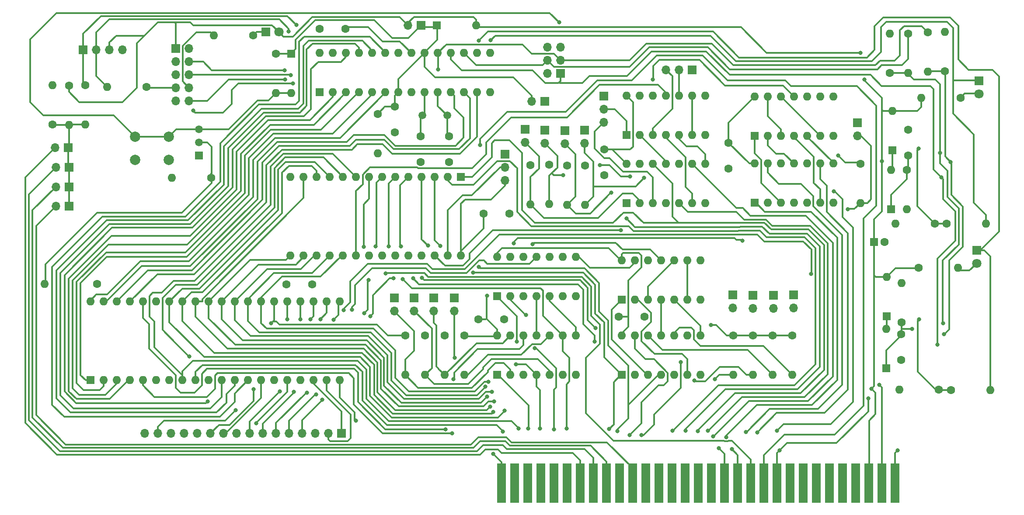
<source format=gbr>
%TF.GenerationSoftware,KiCad,Pcbnew,7.0.11+dfsg-1build4*%
%TF.CreationDate,2025-10-21T14:51:23-05:00*%
%TF.ProjectId,ISACard,49534143-6172-4642-9e6b-696361645f70,rev?*%
%TF.SameCoordinates,Original*%
%TF.FileFunction,Copper,L2,Bot*%
%TF.FilePolarity,Positive*%
%FSLAX46Y46*%
G04 Gerber Fmt 4.6, Leading zero omitted, Abs format (unit mm)*
G04 Created by KiCad (PCBNEW 7.0.11+dfsg-1build4) date 2025-10-21 14:51:23*
%MOMM*%
%LPD*%
G01*
G04 APERTURE LIST*
%TA.AperFunction,ComponentPad*%
%ADD10C,1.600000*%
%TD*%
%TA.AperFunction,ComponentPad*%
%ADD11O,1.600000X1.600000*%
%TD*%
%TA.AperFunction,ComponentPad*%
%ADD12R,1.700000X1.700000*%
%TD*%
%TA.AperFunction,ComponentPad*%
%ADD13O,1.700000X1.700000*%
%TD*%
%TA.AperFunction,ConnectorPad*%
%ADD14R,1.780000X7.620000*%
%TD*%
%TA.AperFunction,ComponentPad*%
%ADD15R,1.600000X1.600000*%
%TD*%
%TA.AperFunction,ComponentPad*%
%ADD16R,1.800000X1.800000*%
%TD*%
%TA.AperFunction,ComponentPad*%
%ADD17C,1.800000*%
%TD*%
%TA.AperFunction,ComponentPad*%
%ADD18R,1.500000X1.500000*%
%TD*%
%TA.AperFunction,ComponentPad*%
%ADD19C,1.500000*%
%TD*%
%TA.AperFunction,ComponentPad*%
%ADD20C,2.000000*%
%TD*%
%TA.AperFunction,ViaPad*%
%ADD21C,0.800000*%
%TD*%
%TA.AperFunction,Conductor*%
%ADD22C,0.350000*%
%TD*%
G04 APERTURE END LIST*
D10*
%TO.P,R37,1*%
%TO.N,APC4*%
X63080000Y-75970000D03*
D11*
%TO.P,R37,2*%
%TO.N,Net-(JP16-A)*%
X63080000Y-83590000D03*
%TD*%
D10*
%TO.P,R16,1*%
%TO.N,INT*%
X74940000Y-76320000D03*
D11*
%TO.P,R16,2*%
%TO.N,APC5*%
X67320000Y-76320000D03*
%TD*%
D12*
%TO.P,J4,1,Pin_1*%
%TO.N,APC4*%
X62670000Y-69060000D03*
D13*
%TO.P,J4,2,Pin_2*%
%TO.N,APC5*%
X65210000Y-69060000D03*
%TO.P,J4,3,Pin_3*%
%TO.N,+5V*%
X67750000Y-69060000D03*
%TO.P,J4,4,Pin_4*%
%TO.N,GND*%
X70290000Y-69060000D03*
%TD*%
D10*
%TO.P,R9,1*%
%TO.N,Net-(D1-K)*%
X119690000Y-81510000D03*
D11*
%TO.P,R9,2*%
%TO.N,GND*%
X119690000Y-89130000D03*
%TD*%
D10*
%TO.P,R4,1*%
%TO.N,+5V*%
X188540000Y-124490000D03*
D11*
%TO.P,R4,2*%
%TO.N,Net-(JP4-B)*%
X188540000Y-132110000D03*
%TD*%
D12*
%TO.P,JP7,1,A*%
%TO.N,GND*%
X126750000Y-117160000D03*
D13*
%TO.P,JP7,2,B*%
%TO.N,Net-(JP7-B)*%
X126750000Y-119700000D03*
%TD*%
D10*
%TO.P,R17,1*%
%TO.N,Net-(Q1-B)*%
X87410000Y-93880000D03*
D11*
%TO.P,R17,2*%
%TO.N,GND*%
X79790000Y-93880000D03*
%TD*%
D10*
%TO.P,C15,1*%
%TO.N,GND*%
X163560000Y-93380000D03*
%TO.P,C15,2*%
%TO.N,+5V*%
X163560000Y-88380000D03*
%TD*%
D14*
%TO.P,J1,1,GND*%
%TO.N,GND*%
X219890000Y-153070000D03*
%TO.P,J1,2,RESET*%
%TO.N,RESET*%
X217350000Y-153070000D03*
%TO.P,J1,3,VCC*%
%TO.N,+5V*%
X214810000Y-153070000D03*
%TO.P,J1,4,IRQ2*%
%TO.N,unconnected-(J1-IRQ2-Pad4)*%
X212270000Y-153070000D03*
%TO.P,J1,5,-5V*%
%TO.N,unconnected-(J1--5V-Pad5)*%
X209730000Y-153070000D03*
%TO.P,J1,6,DRQ2*%
%TO.N,unconnected-(J1-DRQ2-Pad6)*%
X207190000Y-153070000D03*
%TO.P,J1,7,-12V*%
%TO.N,unconnected-(J1--12V-Pad7)*%
X204650000Y-153070000D03*
%TO.P,J1,8,UNUSED*%
%TO.N,unconnected-(J1-UNUSED-Pad8)*%
X202110000Y-153070000D03*
%TO.P,J1,9,+12V*%
%TO.N,unconnected-(J1-+12V-Pad9)*%
X199570000Y-153070000D03*
%TO.P,J1,10,GND*%
%TO.N,GND*%
X197030000Y-153070000D03*
%TO.P,J1,11,~{SMEMW}*%
%TO.N,MEMW*%
X194490000Y-153070000D03*
%TO.P,J1,12,~{SMEMR}*%
%TO.N,MEMR*%
X191950000Y-153070000D03*
%TO.P,J1,13,~{IOW}*%
%TO.N,IOW*%
X189410000Y-153070000D03*
%TO.P,J1,14,~{IOR}*%
%TO.N,IOR*%
X186870000Y-153070000D03*
%TO.P,J1,15,~{DACK3}*%
%TO.N,unconnected-(J1-~{DACK3}-Pad15)*%
X184330000Y-153070000D03*
%TO.P,J1,16,DRQ3*%
%TO.N,unconnected-(J1-DRQ3-Pad16)*%
X181790000Y-153070000D03*
%TO.P,J1,17,~{DACK1}*%
%TO.N,unconnected-(J1-~{DACK1}-Pad17)*%
X179250000Y-153070000D03*
%TO.P,J1,18,DRQ1*%
%TO.N,unconnected-(J1-DRQ1-Pad18)*%
X176710000Y-153070000D03*
%TO.P,J1,19,~{DACK0}*%
%TO.N,unconnected-(J1-~{DACK0}-Pad19)*%
X174170000Y-153070000D03*
%TO.P,J1,20,CLK*%
%TO.N,unconnected-(J1-CLK-Pad20)*%
X171630000Y-153070000D03*
%TO.P,J1,21,IRQ7*%
%TO.N,Net-(J1-IRQ7)*%
X169090000Y-153070000D03*
%TO.P,J1,22,IRQ6*%
%TO.N,unconnected-(J1-IRQ6-Pad22)*%
X166550000Y-153070000D03*
%TO.P,J1,23,IRQ5*%
%TO.N,Net-(J1-IRQ5)*%
X164010000Y-153070000D03*
%TO.P,J1,24,IRQ4*%
%TO.N,Net-(J1-IRQ4)*%
X161470000Y-153070000D03*
%TO.P,J1,25,IRQ3*%
%TO.N,Net-(J1-IRQ3)*%
X158930000Y-153070000D03*
%TO.P,J1,26,~{DACK2}*%
%TO.N,unconnected-(J1-~{DACK2}-Pad26)*%
X156390000Y-153070000D03*
%TO.P,J1,27,TC*%
%TO.N,unconnected-(J1-TC-Pad27)*%
X153850000Y-153070000D03*
%TO.P,J1,28,ALE*%
%TO.N,unconnected-(J1-ALE-Pad28)*%
X151310000Y-153070000D03*
%TO.P,J1,29,VCC*%
%TO.N,unconnected-(J1-VCC-Pad29)*%
X148770000Y-153070000D03*
%TO.P,J1,30,OSC*%
%TO.N,unconnected-(J1-OSC-Pad30)*%
X146230000Y-153070000D03*
%TO.P,J1,31,GND*%
%TO.N,GND*%
X143690000Y-153070000D03*
%TD*%
D12*
%TO.P,JP12,1,A*%
%TO.N,GND*%
X159760000Y-84670000D03*
D13*
%TO.P,JP12,2,B*%
%TO.N,Net-(JP12-B)*%
X159760000Y-87210000D03*
%TD*%
D15*
%TO.P,D6,1,K*%
%TO.N,Net-(D4-A)*%
X218230000Y-120770000D03*
D11*
%TO.P,D6,2,A*%
%TO.N,+5V*%
X218230000Y-113150000D03*
%TD*%
D10*
%TO.P,C11,1*%
%TO.N,GND*%
X171376000Y-120812000D03*
%TO.P,C11,2*%
%TO.N,+5V*%
X166376000Y-120812000D03*
%TD*%
%TO.P,C3,1*%
%TO.N,Net-(U11-XTAL1{slash}PB6)*%
X128000000Y-85860000D03*
%TO.P,C3,2*%
%TO.N,GND*%
X128000000Y-90860000D03*
%TD*%
D15*
%TO.P,U3,1*%
%TO.N,Net-(U1-Pad3)*%
X166950000Y-117505000D03*
D11*
%TO.P,U3,2*%
%TO.N,Net-(U1-Pad6)*%
X169490000Y-117505000D03*
%TO.P,U3,3*%
%TO.N,Net-(U3-Pad10)*%
X172030000Y-117505000D03*
%TO.P,U3,4*%
%TO.N,Net-(U1-Pad11)*%
X174570000Y-117505000D03*
%TO.P,U3,5*%
%TO.N,Net-(U1-Pad8)*%
X177110000Y-117505000D03*
%TO.P,U3,6*%
%TO.N,Net-(U3-Pad6)*%
X179650000Y-117505000D03*
%TO.P,U3,7,GND*%
%TO.N,GND*%
X182190000Y-117505000D03*
%TO.P,U3,8*%
%TO.N,Net-(U3-Pad12)*%
X182190000Y-109885000D03*
%TO.P,U3,9*%
%TO.N,Net-(U3-Pad6)*%
X179650000Y-109885000D03*
%TO.P,U3,10*%
%TO.N,Net-(U3-Pad10)*%
X177110000Y-109885000D03*
%TO.P,U3,11*%
%TO.N,Net-(U3-Pad11)*%
X174570000Y-109885000D03*
%TO.P,U3,12*%
%TO.N,Net-(U3-Pad12)*%
X172030000Y-109885000D03*
%TO.P,U3,13*%
%TO.N,Net-(U3-Pad13)*%
X169490000Y-109885000D03*
%TO.P,U3,14,VCC*%
%TO.N,+5V*%
X166950000Y-109885000D03*
%TD*%
D12*
%TO.P,JP5,1,A*%
%TO.N,GND*%
X134560000Y-117160000D03*
D13*
%TO.P,JP5,2,B*%
%TO.N,Net-(JP5-B)*%
X134560000Y-119700000D03*
%TD*%
D10*
%TO.P,R12,1*%
%TO.N,+5V*%
X159800000Y-91550000D03*
D11*
%TO.P,R12,2*%
%TO.N,Net-(JP12-B)*%
X159800000Y-99170000D03*
%TD*%
D12*
%TO.P,JP3,1,A*%
%TO.N,GND*%
X192370000Y-116640000D03*
D13*
%TO.P,JP3,2,B*%
%TO.N,Net-(JP3-B)*%
X192370000Y-119180000D03*
%TD*%
D12*
%TO.P,JP10,1,A*%
%TO.N,Net-(J2-Pin_2)*%
X152040000Y-79120000D03*
D13*
%TO.P,JP10,2,B*%
%TO.N,Net-(D1-K)*%
X149500000Y-79120000D03*
%TD*%
D10*
%TO.P,R21,1*%
%TO.N,SCK*%
X226222000Y-65714000D03*
D11*
%TO.P,R21,2*%
%TO.N,Net-(U12-SCLK)*%
X226222000Y-73334000D03*
%TD*%
D15*
%TO.P,D9,1,K*%
%TO.N,Net-(D8-A)*%
X219364000Y-88580000D03*
D11*
%TO.P,D9,2,A*%
%TO.N,+5V*%
X219364000Y-80960000D03*
%TD*%
D10*
%TO.P,R3,1*%
%TO.N,+5V*%
X192350000Y-124490000D03*
D11*
%TO.P,R3,2*%
%TO.N,Net-(JP3-B)*%
X192350000Y-132110000D03*
%TD*%
D10*
%TO.P,R5,1*%
%TO.N,+5V*%
X136470000Y-124490000D03*
D11*
%TO.P,R5,2*%
%TO.N,Net-(JP5-B)*%
X136470000Y-132110000D03*
%TD*%
D15*
%TO.P,D4,1,K*%
%TO.N,Net-(D4-K)*%
X218180000Y-130820000D03*
D11*
%TO.P,D4,2,A*%
%TO.N,Net-(D4-A)*%
X218180000Y-123200000D03*
%TD*%
D10*
%TO.P,R31,1*%
%TO.N,Net-(D4-K)*%
X221120000Y-121890000D03*
D11*
%TO.P,R31,2*%
%TO.N,GND*%
X221120000Y-114270000D03*
%TD*%
D16*
%TO.P,D5,1,K*%
%TO.N,CS2*%
X236090000Y-75100000D03*
D17*
%TO.P,D5,2,A*%
%TO.N,Net-(D5-A)*%
X236090000Y-77640000D03*
%TD*%
D15*
%TO.P,U11,1,~{RESET}/PC6*%
%TO.N,ARESET*%
X108480000Y-77340000D03*
D11*
%TO.P,U11,2,PD0*%
%TO.N,PA0*%
X111020000Y-77340000D03*
%TO.P,U11,3,PD1*%
%TO.N,PA1*%
X113560000Y-77340000D03*
%TO.P,U11,4,PD2*%
%TO.N,PA2*%
X116100000Y-77340000D03*
%TO.P,U11,5,PD3*%
%TO.N,PA3*%
X118640000Y-77340000D03*
%TO.P,U11,6,PD4*%
%TO.N,PA4*%
X121180000Y-77340000D03*
%TO.P,U11,7,VCC*%
%TO.N,Net-(D1-K)*%
X123720000Y-77340000D03*
%TO.P,U11,8,GND*%
%TO.N,GND*%
X126260000Y-77340000D03*
%TO.P,U11,9,XTAL1/PB6*%
%TO.N,Net-(U11-XTAL1{slash}PB6)*%
X128800000Y-77340000D03*
%TO.P,U11,10,XTAL2/PB7*%
%TO.N,Net-(U11-XTAL2{slash}PB7)*%
X131340000Y-77340000D03*
%TO.P,U11,11,PD5*%
%TO.N,PA5*%
X133880000Y-77340000D03*
%TO.P,U11,12,PD6*%
%TO.N,PA6*%
X136420000Y-77340000D03*
%TO.P,U11,13,PD7*%
%TO.N,PA7*%
X138960000Y-77340000D03*
%TO.P,U11,14,PB0*%
%TO.N,CS3*%
X141500000Y-77340000D03*
%TO.P,U11,15,PB1*%
%TO.N,CS2*%
X141500000Y-69720000D03*
%TO.P,U11,16,PB2*%
%TO.N,CS*%
X138960000Y-69720000D03*
%TO.P,U11,17,PB3*%
%TO.N,MOSI*%
X136420000Y-69720000D03*
%TO.P,U11,18,PB4*%
%TO.N,MISO*%
X133880000Y-69720000D03*
%TO.P,U11,19,PB5*%
%TO.N,SCK*%
X131340000Y-69720000D03*
%TO.P,U11,20,AVCC*%
%TO.N,Net-(D1-K)*%
X128800000Y-69720000D03*
%TO.P,U11,21,AREF*%
%TO.N,Net-(U11-AREF)*%
X126260000Y-69720000D03*
%TO.P,U11,22,GND*%
%TO.N,GND*%
X123720000Y-69720000D03*
%TO.P,U11,23,PC0*%
%TO.N,PC4*%
X121180000Y-69720000D03*
%TO.P,U11,24,PC1*%
%TO.N,PC5*%
X118640000Y-69720000D03*
%TO.P,U11,25,PC2*%
%TO.N,PC6*%
X116100000Y-69720000D03*
%TO.P,U11,26,PC3*%
%TO.N,PC7*%
X113560000Y-69720000D03*
%TO.P,U11,27,PC4*%
%TO.N,APC4*%
X111020000Y-69720000D03*
%TO.P,U11,28,PC5*%
%TO.N,APC5*%
X108480000Y-69720000D03*
%TD*%
D12*
%TO.P,JP18,1,A*%
%TO.N,MEMW*%
X144340000Y-89350000D03*
D13*
%TO.P,JP18,2,C*%
%TO.N,Net-(JP18-C)*%
X144340000Y-91890000D03*
%TO.P,JP18,3,B*%
%TO.N,+5V*%
X144340000Y-94430000D03*
%TD*%
D12*
%TO.P,JP15,1,A*%
%TO.N,GND*%
X148220000Y-84530000D03*
D13*
%TO.P,JP15,2,B*%
%TO.N,Net-(JP15-B)*%
X148220000Y-87070000D03*
%TD*%
D12*
%TO.P,J5,1,Pin_1*%
%TO.N,PB0*%
X112700000Y-143460000D03*
D13*
%TO.P,J5,2,Pin_2*%
%TO.N,PB1*%
X110160000Y-143460000D03*
%TO.P,J5,3,Pin_3*%
%TO.N,PB2*%
X107620000Y-143460000D03*
%TO.P,J5,4,Pin_4*%
%TO.N,PB3*%
X105080000Y-143460000D03*
%TO.P,J5,5,Pin_5*%
%TO.N,PB4*%
X102540000Y-143460000D03*
%TO.P,J5,6,Pin_6*%
%TO.N,PB5*%
X100000000Y-143460000D03*
%TO.P,J5,7,Pin_7*%
%TO.N,PB6*%
X97460000Y-143460000D03*
%TO.P,J5,8,Pin_8*%
%TO.N,PB7*%
X94920000Y-143460000D03*
%TO.P,J5,9,Pin_9*%
%TO.N,unconnected-(J5-Pin_9-Pad9)*%
X92380000Y-143460000D03*
%TO.P,J5,10,Pin_10*%
%TO.N,PC0*%
X89840000Y-143460000D03*
%TO.P,J5,11,Pin_11*%
%TO.N,PC1*%
X87300000Y-143460000D03*
%TO.P,J5,12,Pin_12*%
%TO.N,PC2*%
X84760000Y-143460000D03*
%TO.P,J5,13,Pin_13*%
%TO.N,unconnected-(J5-Pin_13-Pad13)*%
X82220000Y-143460000D03*
%TO.P,J5,14,Pin_14*%
%TO.N,unconnected-(J5-Pin_14-Pad14)*%
X79680000Y-143460000D03*
%TO.P,J5,15,Pin_15*%
%TO.N,+5V*%
X77140000Y-143460000D03*
%TO.P,J5,16,Pin_16*%
%TO.N,GND*%
X74600000Y-143460000D03*
%TD*%
D18*
%TO.P,Q1,1,E*%
%TO.N,GND*%
X85110000Y-89580000D03*
D19*
%TO.P,Q1,2,B*%
%TO.N,Net-(Q1-B)*%
X85110000Y-87040000D03*
%TO.P,Q1,3,C*%
%TO.N,ARESET*%
X85110000Y-84500000D03*
%TD*%
D15*
%TO.P,C17,1*%
%TO.N,+5V*%
X215826000Y-106334000D03*
D10*
%TO.P,C17,2*%
%TO.N,GND*%
X217826000Y-106334000D03*
%TD*%
D19*
%TO.P,Y1,1,1*%
%TO.N,Net-(U11-XTAL2{slash}PB7)*%
X133180000Y-81830000D03*
%TO.P,Y1,2,2*%
%TO.N,Net-(U11-XTAL1{slash}PB6)*%
X128300000Y-81830000D03*
%TD*%
D10*
%TO.P,C14,1*%
%TO.N,GND*%
X107020000Y-114540000D03*
%TO.P,C14,2*%
%TO.N,+5V*%
X102020000Y-114540000D03*
%TD*%
%TO.P,R28,1*%
%TO.N,Net-(U13-~{CS})*%
X227570000Y-102770000D03*
D11*
%TO.P,R28,2*%
%TO.N,GND*%
X219950000Y-102770000D03*
%TD*%
D12*
%TO.P,JP22,1,A*%
%TO.N,Net-(JP16-A)*%
X59900000Y-91850000D03*
D13*
%TO.P,JP22,2,B*%
%TO.N,Net-(J1-IRQ4)*%
X57360000Y-91850000D03*
%TD*%
D12*
%TO.P,J3,1,Pin_1*%
%TO.N,+5V*%
X80630000Y-68850000D03*
D13*
%TO.P,J3,2,Pin_2*%
%TO.N,unconnected-(J3-Pin_2-Pad2)*%
X83170000Y-68850000D03*
%TO.P,J3,3,Pin_3*%
%TO.N,GND*%
X80630000Y-71390000D03*
%TO.P,J3,4,Pin_4*%
%TO.N,MISO*%
X83170000Y-71390000D03*
%TO.P,J3,5,Pin_5*%
%TO.N,unconnected-(J3-Pin_5-Pad5)*%
X80630000Y-73930000D03*
%TO.P,J3,6,Pin_6*%
%TO.N,MOSI*%
X83170000Y-73930000D03*
%TO.P,J3,7,Pin_7*%
%TO.N,INT*%
X80630000Y-76470000D03*
%TO.P,J3,8,Pin_8*%
%TO.N,CS3*%
X83170000Y-76470000D03*
%TO.P,J3,9,Pin_9*%
%TO.N,unconnected-(J3-Pin_9-Pad9)*%
X80630000Y-79010000D03*
%TO.P,J3,10,Pin_10*%
%TO.N,SCK*%
X83170000Y-79010000D03*
%TD*%
D10*
%TO.P,C4,1*%
%TO.N,GND*%
X133540000Y-90860000D03*
%TO.P,C4,2*%
%TO.N,Net-(U11-XTAL2{slash}PB7)*%
X133540000Y-85860000D03*
%TD*%
%TO.P,R25,1*%
%TO.N,Net-(U12-DI)*%
X218856000Y-73588000D03*
D11*
%TO.P,R25,2*%
%TO.N,GND*%
X218856000Y-65968000D03*
%TD*%
D10*
%TO.P,C2,1*%
%TO.N,Net-(U11-AREF)*%
X113480000Y-65050000D03*
%TO.P,C2,2*%
%TO.N,GND*%
X108480000Y-65050000D03*
%TD*%
D15*
%TO.P,U9,1*%
%TO.N,Net-(JP19-C)*%
X167894000Y-85598000D03*
D11*
%TO.P,U9,2*%
%TO.N,Net-(U7-Pad11)*%
X170434000Y-85598000D03*
%TO.P,U9,3*%
%TO.N,Net-(JP17-B)*%
X172974000Y-85598000D03*
%TO.P,U9,4*%
%TO.N,Net-(U7-Pad6)*%
X175514000Y-85598000D03*
%TO.P,U9,5*%
%TO.N,Net-(U7-Pad8)*%
X178054000Y-85598000D03*
%TO.P,U9,6*%
%TO.N,Net-(U9-Pad6)*%
X180594000Y-85598000D03*
%TO.P,U9,7,GND*%
%TO.N,GND*%
X183134000Y-85598000D03*
%TO.P,U9,8*%
%TO.N,Net-(U9-Pad13)*%
X183134000Y-77978000D03*
%TO.P,U9,9*%
%TO.N,Net-(U9-Pad6)*%
X180594000Y-77978000D03*
%TO.P,U9,10*%
%TO.N,Net-(JP17-C)*%
X178054000Y-77978000D03*
%TO.P,U9,11*%
%TO.N,SELROM*%
X175514000Y-77978000D03*
%TO.P,U9,12*%
%TO.N,Net-(U8-Pad11)*%
X172974000Y-77978000D03*
%TO.P,U9,13*%
%TO.N,Net-(U9-Pad13)*%
X170434000Y-77978000D03*
%TO.P,U9,14,VCC*%
%TO.N,+5V*%
X167894000Y-77978000D03*
%TD*%
D12*
%TO.P,JP11,1,A*%
%TO.N,GND*%
X212610000Y-83200000D03*
D13*
%TO.P,JP11,2,B*%
%TO.N,Net-(JP11-B)*%
X212610000Y-85740000D03*
%TD*%
D10*
%TO.P,R13,1*%
%TO.N,+5V*%
X156390000Y-91500000D03*
D11*
%TO.P,R13,2*%
%TO.N,Net-(JP13-B)*%
X156390000Y-99120000D03*
%TD*%
D12*
%TO.P,JP21,1,A*%
%TO.N,Net-(JP16-A)*%
X59890000Y-95700000D03*
D13*
%TO.P,JP21,2,B*%
%TO.N,Net-(J1-IRQ5)*%
X57350000Y-95700000D03*
%TD*%
D10*
%TO.P,R14,1*%
%TO.N,+5V*%
X152880000Y-91390000D03*
D11*
%TO.P,R14,2*%
%TO.N,Net-(JP14-B)*%
X152880000Y-99010000D03*
%TD*%
D10*
%TO.P,R7,1*%
%TO.N,+5V*%
X128850000Y-124490000D03*
D11*
%TO.P,R7,2*%
%TO.N,Net-(JP7-B)*%
X128850000Y-132110000D03*
%TD*%
D10*
%TO.P,C7,1*%
%TO.N,GND*%
X222412000Y-84550000D03*
%TO.P,C7,2*%
%TO.N,Net-(D8-K)*%
X222412000Y-89550000D03*
%TD*%
D12*
%TO.P,JP23,1,A*%
%TO.N,Net-(JP16-A)*%
X59800000Y-88040000D03*
D13*
%TO.P,JP23,2,B*%
%TO.N,Net-(J1-IRQ3)*%
X57260000Y-88040000D03*
%TD*%
D12*
%TO.P,JP1,1,A*%
%TO.N,GND*%
X200200000Y-116610000D03*
D13*
%TO.P,JP1,2,B*%
%TO.N,Net-(JP1-B)*%
X200200000Y-119150000D03*
%TD*%
D12*
%TO.P,JP9,1,A*%
%TO.N,Net-(D1-K)*%
X128110000Y-64320000D03*
D13*
%TO.P,JP9,2,B*%
%TO.N,+5V*%
X125570000Y-64320000D03*
%TD*%
D10*
%TO.P,R15,1*%
%TO.N,+5V*%
X149280000Y-91440000D03*
D11*
%TO.P,R15,2*%
%TO.N,Net-(JP15-B)*%
X149280000Y-99060000D03*
%TD*%
D15*
%TO.P,U5,1,PA3*%
%TO.N,PA3*%
X64080000Y-133126000D03*
D11*
%TO.P,U5,2,PA2*%
%TO.N,PA2*%
X66620000Y-133126000D03*
%TO.P,U5,3,PA1*%
%TO.N,PA1*%
X69160000Y-133126000D03*
%TO.P,U5,4,PA0*%
%TO.N,PA0*%
X71700000Y-133126000D03*
%TO.P,U5,5,~{RD}*%
%TO.N,IOR*%
X74240000Y-133126000D03*
%TO.P,U5,6,~{CS}*%
%TO.N,SEL8255*%
X76780000Y-133126000D03*
%TO.P,U5,7,GND*%
%TO.N,GND*%
X79320000Y-133126000D03*
%TO.P,U5,8,A1*%
%TO.N,A1*%
X81860000Y-133126000D03*
%TO.P,U5,9,A0*%
%TO.N,A0*%
X84400000Y-133126000D03*
%TO.P,U5,10,PC7*%
%TO.N,PC7*%
X86940000Y-133126000D03*
%TO.P,U5,11,PC6*%
%TO.N,PC6*%
X89480000Y-133126000D03*
%TO.P,U5,12,PC5*%
%TO.N,PC5*%
X92020000Y-133126000D03*
%TO.P,U5,13,PC4*%
%TO.N,PC4*%
X94560000Y-133126000D03*
%TO.P,U5,14,PC0*%
%TO.N,PC0*%
X97100000Y-133126000D03*
%TO.P,U5,15,PC1*%
%TO.N,PC1*%
X99640000Y-133126000D03*
%TO.P,U5,16,PC2*%
%TO.N,PC2*%
X102180000Y-133126000D03*
%TO.P,U5,17,PC3*%
%TO.N,PC3*%
X104720000Y-133126000D03*
%TO.P,U5,18,PB0*%
%TO.N,PB0*%
X107260000Y-133126000D03*
%TO.P,U5,19,PB1*%
%TO.N,PB1*%
X109800000Y-133126000D03*
%TO.P,U5,20,PB2*%
%TO.N,PB2*%
X112340000Y-133126000D03*
%TO.P,U5,21,PB3*%
%TO.N,PB3*%
X112340000Y-117886000D03*
%TO.P,U5,22,PB4*%
%TO.N,PB4*%
X109800000Y-117886000D03*
%TO.P,U5,23,PB5*%
%TO.N,PB5*%
X107260000Y-117886000D03*
%TO.P,U5,24,PB6*%
%TO.N,PB6*%
X104720000Y-117886000D03*
%TO.P,U5,25,PB7*%
%TO.N,PB7*%
X102180000Y-117886000D03*
%TO.P,U5,26,VCC*%
%TO.N,+5V*%
X99640000Y-117886000D03*
%TO.P,U5,27,D7*%
%TO.N,D7*%
X97100000Y-117886000D03*
%TO.P,U5,28,D6*%
%TO.N,D6*%
X94560000Y-117886000D03*
%TO.P,U5,29,D5*%
%TO.N,D5*%
X92020000Y-117886000D03*
%TO.P,U5,30,D4*%
%TO.N,D4*%
X89480000Y-117886000D03*
%TO.P,U5,31,D3*%
%TO.N,D3*%
X86940000Y-117886000D03*
%TO.P,U5,32,D2*%
%TO.N,D2*%
X84400000Y-117886000D03*
%TO.P,U5,33,D1*%
%TO.N,D1*%
X81860000Y-117886000D03*
%TO.P,U5,34,D0*%
%TO.N,D0*%
X79320000Y-117886000D03*
%TO.P,U5,35,RESET*%
%TO.N,RESET*%
X76780000Y-117886000D03*
%TO.P,U5,36,~{WR}*%
%TO.N,IOW*%
X74240000Y-117886000D03*
%TO.P,U5,37,PA7*%
%TO.N,PA7*%
X71700000Y-117886000D03*
%TO.P,U5,38,PA6*%
%TO.N,PA6*%
X69160000Y-117886000D03*
%TO.P,U5,39,PA5*%
%TO.N,PA5*%
X66620000Y-117886000D03*
%TO.P,U5,40,PA4*%
%TO.N,PA4*%
X64080000Y-117886000D03*
%TD*%
D10*
%TO.P,R11,1*%
%TO.N,+5V*%
X213160000Y-91160000D03*
D11*
%TO.P,R11,2*%
%TO.N,Net-(JP11-B)*%
X213160000Y-98780000D03*
%TD*%
D20*
%TO.P,SW1,1,1*%
%TO.N,ARESET*%
X72720000Y-85940000D03*
X79220000Y-85940000D03*
%TO.P,SW1,2,2*%
%TO.N,GND*%
X72720000Y-90440000D03*
X79220000Y-90440000D03*
%TD*%
D12*
%TO.P,JP13,1,A*%
%TO.N,GND*%
X155960000Y-84710000D03*
D13*
%TO.P,JP13,2,B*%
%TO.N,Net-(JP13-B)*%
X155960000Y-87250000D03*
%TD*%
D10*
%TO.P,C12,1*%
%TO.N,GND*%
X144198000Y-121320000D03*
%TO.P,C12,2*%
%TO.N,+5V*%
X139198000Y-121320000D03*
%TD*%
%TO.P,R32,1*%
%TO.N,+5V*%
X224450000Y-111350000D03*
D11*
%TO.P,R32,2*%
%TO.N,Net-(D7-A)*%
X232070000Y-111350000D03*
%TD*%
D10*
%TO.P,R2,1*%
%TO.N,+5V*%
X196160000Y-124490000D03*
D11*
%TO.P,R2,2*%
%TO.N,Net-(JP2-B)*%
X196160000Y-132110000D03*
%TD*%
D10*
%TO.P,R22,1*%
%TO.N,Net-(U12-SCLK)*%
X229524000Y-73260000D03*
D11*
%TO.P,R22,2*%
%TO.N,GND*%
X229524000Y-65640000D03*
%TD*%
D10*
%TO.P,R23,1*%
%TO.N,Net-(D3-K)*%
X95560000Y-66330000D03*
D11*
%TO.P,R23,2*%
%TO.N,CS3*%
X87940000Y-66330000D03*
%TD*%
D10*
%TO.P,R27,1*%
%TO.N,Net-(U12-~{CS})*%
X230730000Y-135050000D03*
D11*
%TO.P,R27,2*%
%TO.N,CS*%
X238350000Y-135050000D03*
%TD*%
D10*
%TO.P,R24,1*%
%TO.N,MOSI*%
X222412000Y-65968000D03*
D11*
%TO.P,R24,2*%
%TO.N,Net-(U12-DI)*%
X222412000Y-73588000D03*
%TD*%
D16*
%TO.P,D7,1,K*%
%TO.N,CS*%
X235680000Y-107910000D03*
D17*
%TO.P,D7,2,A*%
%TO.N,Net-(D7-A)*%
X235680000Y-110450000D03*
%TD*%
D12*
%TO.P,JP4,1,A*%
%TO.N,GND*%
X188430000Y-116600000D03*
D13*
%TO.P,JP4,2,B*%
%TO.N,Net-(JP4-B)*%
X188430000Y-119140000D03*
%TD*%
D15*
%TO.P,U1,1*%
%TO.N,A6*%
X166945000Y-132100000D03*
D11*
%TO.P,U1,2*%
%TO.N,Net-(JP4-B)*%
X169485000Y-132100000D03*
%TO.P,U1,3*%
%TO.N,Net-(U1-Pad3)*%
X172025000Y-132100000D03*
%TO.P,U1,4*%
%TO.N,A7*%
X174565000Y-132100000D03*
%TO.P,U1,5*%
%TO.N,Net-(JP3-B)*%
X177105000Y-132100000D03*
%TO.P,U1,6*%
%TO.N,Net-(U1-Pad6)*%
X179645000Y-132100000D03*
%TO.P,U1,7,GND*%
%TO.N,GND*%
X182185000Y-132100000D03*
%TO.P,U1,8*%
%TO.N,Net-(U1-Pad8)*%
X182185000Y-124480000D03*
%TO.P,U1,9*%
%TO.N,A9*%
X179645000Y-124480000D03*
%TO.P,U1,10*%
%TO.N,Net-(JP1-B)*%
X177105000Y-124480000D03*
%TO.P,U1,11*%
%TO.N,Net-(U1-Pad11)*%
X174565000Y-124480000D03*
%TO.P,U1,12*%
%TO.N,Net-(JP2-B)*%
X172025000Y-124480000D03*
%TO.P,U1,13*%
%TO.N,A8*%
X169485000Y-124480000D03*
%TO.P,U1,14,VCC*%
%TO.N,+5V*%
X166945000Y-124480000D03*
%TD*%
D10*
%TO.P,R1,1*%
%TO.N,+5V*%
X199970000Y-124490000D03*
D11*
%TO.P,R1,2*%
%TO.N,Net-(JP1-B)*%
X199970000Y-132110000D03*
%TD*%
D15*
%TO.P,U6,1*%
%TO.N,A17*%
X192680000Y-98740000D03*
D11*
%TO.P,U6,2*%
%TO.N,Net-(JP11-B)*%
X195220000Y-98740000D03*
%TO.P,U6,3*%
%TO.N,Net-(U6-Pad3)*%
X197760000Y-98740000D03*
%TO.P,U6,4*%
%TO.N,AEN*%
X200300000Y-98740000D03*
%TO.P,U6,5*%
%TO.N,GND*%
X202840000Y-98740000D03*
%TO.P,U6,6*%
%TO.N,Net-(U6-Pad6)*%
X205380000Y-98740000D03*
%TO.P,U6,7,GND*%
%TO.N,GND*%
X207920000Y-98740000D03*
%TO.P,U6,8*%
%TO.N,Net-(U6-Pad8)*%
X207920000Y-91120000D03*
%TO.P,U6,9*%
%TO.N,A19*%
X205380000Y-91120000D03*
%TO.P,U6,10*%
%TO.N,+5V*%
X202840000Y-91120000D03*
%TO.P,U6,11*%
%TO.N,Net-(U6-Pad11)*%
X200300000Y-91120000D03*
%TO.P,U6,12*%
%TO.N,+5V*%
X197760000Y-91120000D03*
%TO.P,U6,13*%
%TO.N,A18*%
X195220000Y-91120000D03*
%TO.P,U6,14,VCC*%
%TO.N,+5V*%
X192680000Y-91120000D03*
%TD*%
D15*
%TO.P,U4,1*%
%TO.N,Net-(U2-Pad3)*%
X142815000Y-116860000D03*
D11*
%TO.P,U4,2*%
%TO.N,Net-(U2-Pad6)*%
X145355000Y-116860000D03*
%TO.P,U4,3*%
%TO.N,Net-(U4-Pad10)*%
X147895000Y-116860000D03*
%TO.P,U4,4*%
%TO.N,Net-(U2-Pad11)*%
X150435000Y-116860000D03*
%TO.P,U4,5*%
%TO.N,Net-(U2-Pad8)*%
X152975000Y-116860000D03*
%TO.P,U4,6*%
%TO.N,Net-(U4-Pad6)*%
X155515000Y-116860000D03*
%TO.P,U4,7,GND*%
%TO.N,GND*%
X158055000Y-116860000D03*
%TO.P,U4,8*%
%TO.N,Net-(U3-Pad13)*%
X158055000Y-109240000D03*
%TO.P,U4,9*%
%TO.N,Net-(U4-Pad6)*%
X155515000Y-109240000D03*
%TO.P,U4,10*%
%TO.N,Net-(U4-Pad10)*%
X152975000Y-109240000D03*
%TO.P,U4,11*%
%TO.N,SEL8255*%
X150435000Y-109240000D03*
%TO.P,U4,12*%
%TO.N,Net-(U3-Pad11)*%
X147895000Y-109240000D03*
%TO.P,U4,13*%
%TO.N,AEN*%
X145355000Y-109240000D03*
%TO.P,U4,14,VCC*%
%TO.N,+5V*%
X142815000Y-109240000D03*
%TD*%
D10*
%TO.P,C13,1*%
%TO.N,GND*%
X145210000Y-100870000D03*
%TO.P,C13,2*%
%TO.N,+5V*%
X140210000Y-100870000D03*
%TD*%
%TO.P,R29,1*%
%TO.N,Net-(U13-~{CS})*%
X229890000Y-102750000D03*
D11*
%TO.P,R29,2*%
%TO.N,CS2*%
X237510000Y-102750000D03*
%TD*%
D16*
%TO.P,D3,1,K*%
%TO.N,Net-(D3-K)*%
X98000000Y-65620000D03*
D17*
%TO.P,D3,2,A*%
%TO.N,+5V*%
X100540000Y-65620000D03*
%TD*%
D11*
%TO.P,R35,2*%
%TO.N,GND*%
X56690000Y-75980000D03*
D10*
%TO.P,R35,1*%
%TO.N,Net-(JP16-A)*%
X56690000Y-83600000D03*
%TD*%
%TO.P,C16,1*%
%TO.N,GND*%
X187632000Y-92110000D03*
%TO.P,C16,2*%
%TO.N,+5V*%
X187632000Y-87110000D03*
%TD*%
D12*
%TO.P,JP19,1,A*%
%TO.N,GND*%
X163500000Y-78040000D03*
D13*
%TO.P,JP19,2,C*%
%TO.N,Net-(JP19-C)*%
X163500000Y-80580000D03*
%TO.P,JP19,3,B*%
%TO.N,Net-(JP19-B)*%
X163500000Y-83120000D03*
%TD*%
D12*
%TO.P,JP2,1,A*%
%TO.N,GND*%
X196290000Y-116630000D03*
D13*
%TO.P,JP2,2,B*%
%TO.N,Net-(JP2-B)*%
X196290000Y-119170000D03*
%TD*%
D12*
%TO.P,JP16,1,A*%
%TO.N,Net-(JP16-A)*%
X59900000Y-99400000D03*
D13*
%TO.P,JP16,2,B*%
%TO.N,Net-(J1-IRQ7)*%
X57360000Y-99400000D03*
%TD*%
D15*
%TO.P,U8,1*%
%TO.N,Net-(U6-Pad3)*%
X192715000Y-85790000D03*
D11*
%TO.P,U8,2*%
%TO.N,Net-(U6-Pad11)*%
X195255000Y-85790000D03*
%TO.P,U8,3*%
%TO.N,Net-(U8-Pad13)*%
X197795000Y-85790000D03*
%TO.P,U8,4*%
%TO.N,Net-(U6-Pad6)*%
X200335000Y-85790000D03*
%TO.P,U8,5*%
%TO.N,Net-(U6-Pad8)*%
X202875000Y-85790000D03*
%TO.P,U8,6*%
%TO.N,Net-(U8-Pad12)*%
X205415000Y-85790000D03*
%TO.P,U8,7,GND*%
%TO.N,GND*%
X207955000Y-85790000D03*
%TO.P,U8,8*%
%TO.N,unconnected-(U8-Pad8)*%
X207955000Y-78170000D03*
%TO.P,U8,9*%
%TO.N,GND*%
X205415000Y-78170000D03*
%TO.P,U8,10*%
X202875000Y-78170000D03*
%TO.P,U8,11*%
%TO.N,Net-(U8-Pad11)*%
X200335000Y-78170000D03*
%TO.P,U8,12*%
%TO.N,Net-(U8-Pad12)*%
X197795000Y-78170000D03*
%TO.P,U8,13*%
%TO.N,Net-(U8-Pad13)*%
X195255000Y-78170000D03*
%TO.P,U8,14,VCC*%
%TO.N,+5V*%
X192715000Y-78170000D03*
%TD*%
D15*
%TO.P,U2,1*%
%TO.N,A2*%
X142815000Y-132100000D03*
D11*
%TO.P,U2,2*%
%TO.N,Net-(JP8-B)*%
X145355000Y-132100000D03*
%TO.P,U2,3*%
%TO.N,Net-(U2-Pad3)*%
X147895000Y-132100000D03*
%TO.P,U2,4*%
%TO.N,A3*%
X150435000Y-132100000D03*
%TO.P,U2,5*%
%TO.N,Net-(JP7-B)*%
X152975000Y-132100000D03*
%TO.P,U2,6*%
%TO.N,Net-(U2-Pad6)*%
X155515000Y-132100000D03*
%TO.P,U2,7,GND*%
%TO.N,GND*%
X158055000Y-132100000D03*
%TO.P,U2,8*%
%TO.N,Net-(U2-Pad8)*%
X158055000Y-124480000D03*
%TO.P,U2,9*%
%TO.N,A5*%
X155515000Y-124480000D03*
%TO.P,U2,10*%
%TO.N,Net-(JP5-B)*%
X152975000Y-124480000D03*
%TO.P,U2,11*%
%TO.N,Net-(U2-Pad11)*%
X150435000Y-124480000D03*
%TO.P,U2,12*%
%TO.N,A4*%
X147895000Y-124480000D03*
%TO.P,U2,13*%
%TO.N,Net-(JP6-B)*%
X145355000Y-124480000D03*
%TO.P,U2,14,VCC*%
%TO.N,+5V*%
X142815000Y-124480000D03*
%TD*%
D10*
%TO.P,R6,1*%
%TO.N,+5V*%
X132660000Y-124490000D03*
D11*
%TO.P,R6,2*%
%TO.N,Net-(JP6-B)*%
X132660000Y-132110000D03*
%TD*%
D10*
%TO.P,R30,1*%
%TO.N,Net-(D5-A)*%
X232570000Y-78360000D03*
D11*
%TO.P,R30,2*%
%TO.N,+5V*%
X224950000Y-78360000D03*
%TD*%
D15*
%TO.P,D8,1,K*%
%TO.N,Net-(D8-K)*%
X219120000Y-99950000D03*
D11*
%TO.P,D8,2,A*%
%TO.N,Net-(D8-A)*%
X219120000Y-92330000D03*
%TD*%
D15*
%TO.P,U10,1,A14*%
%TO.N,A14*%
X135830000Y-93700000D03*
D11*
%TO.P,U10,2,A12*%
%TO.N,A12*%
X133290000Y-93700000D03*
%TO.P,U10,3,A7*%
%TO.N,A7*%
X130750000Y-93700000D03*
%TO.P,U10,4,A6*%
%TO.N,A6*%
X128210000Y-93700000D03*
%TO.P,U10,5,A5*%
%TO.N,A5*%
X125670000Y-93700000D03*
%TO.P,U10,6,A4*%
%TO.N,A4*%
X123130000Y-93700000D03*
%TO.P,U10,7,A3*%
%TO.N,A3*%
X120590000Y-93700000D03*
%TO.P,U10,8,A2*%
%TO.N,A2*%
X118050000Y-93700000D03*
%TO.P,U10,9,A1*%
%TO.N,A1*%
X115510000Y-93700000D03*
%TO.P,U10,10,A0*%
%TO.N,A0*%
X112970000Y-93700000D03*
%TO.P,U10,11,D0*%
%TO.N,D0*%
X110430000Y-93700000D03*
%TO.P,U10,12,D1*%
%TO.N,D1*%
X107890000Y-93700000D03*
%TO.P,U10,13,D2*%
%TO.N,D2*%
X105350000Y-93700000D03*
%TO.P,U10,14,GND*%
%TO.N,GND*%
X102810000Y-93700000D03*
%TO.P,U10,15,D3*%
%TO.N,D3*%
X102810000Y-108940000D03*
%TO.P,U10,16,D4*%
%TO.N,D4*%
X105350000Y-108940000D03*
%TO.P,U10,17,D5*%
%TO.N,D5*%
X107890000Y-108940000D03*
%TO.P,U10,18,D6*%
%TO.N,D6*%
X110430000Y-108940000D03*
%TO.P,U10,19,D7*%
%TO.N,D7*%
X112970000Y-108940000D03*
%TO.P,U10,20,~{CS}*%
%TO.N,SELROM*%
X115510000Y-108940000D03*
%TO.P,U10,21,A10*%
%TO.N,A10*%
X118050000Y-108940000D03*
%TO.P,U10,22,~{OE}*%
%TO.N,MEMR*%
X120590000Y-108940000D03*
%TO.P,U10,23,A11*%
%TO.N,A11*%
X123130000Y-108940000D03*
%TO.P,U10,24,A9*%
%TO.N,A9*%
X125670000Y-108940000D03*
%TO.P,U10,25,A8*%
%TO.N,A8*%
X128210000Y-108940000D03*
%TO.P,U10,26,A13*%
%TO.N,A13*%
X130750000Y-108940000D03*
%TO.P,U10,27,~{WE}*%
%TO.N,Net-(JP18-C)*%
X133290000Y-108940000D03*
%TO.P,U10,28,VCC*%
%TO.N,+5V*%
X135830000Y-108940000D03*
%TD*%
D10*
%TO.P,R26,1*%
%TO.N,Net-(U12-~{CS})*%
X228320000Y-134950000D03*
D11*
%TO.P,R26,2*%
%TO.N,GND*%
X220700000Y-134950000D03*
%TD*%
D12*
%TO.P,J2,1,Pin_1*%
%TO.N,MISO*%
X155070000Y-73650000D03*
D13*
%TO.P,J2,2,Pin_2*%
%TO.N,Net-(J2-Pin_2)*%
X152530000Y-73650000D03*
%TO.P,J2,3,Pin_3*%
%TO.N,SCK*%
X155070000Y-71110000D03*
%TO.P,J2,4,Pin_4*%
%TO.N,MOSI*%
X152530000Y-71110000D03*
%TO.P,J2,5,Pin_5*%
%TO.N,ARESET*%
X155070000Y-68570000D03*
%TO.P,J2,6,Pin_6*%
%TO.N,GND*%
X152530000Y-68570000D03*
%TD*%
D15*
%TO.P,D1,1,K*%
%TO.N,Net-(D1-K)*%
X131100000Y-64370000D03*
D11*
%TO.P,D1,2,A*%
%TO.N,+5V*%
X138720000Y-64370000D03*
%TD*%
D12*
%TO.P,JP14,1,A*%
%TO.N,GND*%
X152020000Y-84670000D03*
D13*
%TO.P,JP14,2,B*%
%TO.N,Net-(JP14-B)*%
X152020000Y-87210000D03*
%TD*%
D10*
%TO.P,R36,1*%
%TO.N,+5V*%
X59890000Y-76000000D03*
D11*
%TO.P,R36,2*%
%TO.N,Net-(JP16-A)*%
X59890000Y-83620000D03*
%TD*%
D12*
%TO.P,JP8,1,A*%
%TO.N,GND*%
X122880000Y-117160000D03*
D13*
%TO.P,JP8,2,B*%
%TO.N,Net-(JP8-B)*%
X122880000Y-119700000D03*
%TD*%
D10*
%TO.P,R33,1*%
%TO.N,Net-(D8-K)*%
X222158000Y-92384000D03*
D11*
%TO.P,R33,2*%
%TO.N,GND*%
X222158000Y-100004000D03*
%TD*%
D15*
%TO.P,U7,1*%
%TO.N,A13*%
X167889000Y-98796000D03*
D11*
%TO.P,U7,2*%
%TO.N,Net-(JP15-B)*%
X170429000Y-98796000D03*
%TO.P,U7,3*%
%TO.N,Net-(JP19-B)*%
X172969000Y-98796000D03*
%TO.P,U7,4*%
%TO.N,Net-(JP13-B)*%
X175509000Y-98796000D03*
%TO.P,U7,5*%
%TO.N,A15*%
X178049000Y-98796000D03*
%TO.P,U7,6*%
%TO.N,Net-(U7-Pad6)*%
X180589000Y-98796000D03*
%TO.P,U7,7,GND*%
%TO.N,GND*%
X183129000Y-98796000D03*
%TO.P,U7,8*%
%TO.N,Net-(U7-Pad8)*%
X183129000Y-91176000D03*
%TO.P,U7,9*%
%TO.N,A16*%
X180589000Y-91176000D03*
%TO.P,U7,10*%
%TO.N,Net-(JP12-B)*%
X178049000Y-91176000D03*
%TO.P,U7,11*%
%TO.N,Net-(U7-Pad11)*%
X175509000Y-91176000D03*
%TO.P,U7,12*%
%TO.N,A14*%
X172969000Y-91176000D03*
%TO.P,U7,13*%
%TO.N,Net-(JP14-B)*%
X170429000Y-91176000D03*
%TO.P,U7,14,VCC*%
%TO.N,+5V*%
X167889000Y-91176000D03*
%TD*%
D10*
%TO.P,C6,1*%
%TO.N,GND*%
X221060000Y-129230000D03*
%TO.P,C6,2*%
%TO.N,Net-(D4-K)*%
X221060000Y-124230000D03*
%TD*%
D12*
%TO.P,JP17,1,A*%
%TO.N,GND*%
X180570000Y-72950000D03*
D13*
%TO.P,JP17,2,C*%
%TO.N,Net-(JP17-C)*%
X178030000Y-72950000D03*
%TO.P,JP17,3,B*%
%TO.N,Net-(JP17-B)*%
X175490000Y-72950000D03*
%TD*%
D15*
%TO.P,D2,1,K*%
%TO.N,Net-(D1-K)*%
X102970000Y-69860000D03*
D11*
%TO.P,D2,2,A*%
%TO.N,ARESET*%
X102970000Y-77480000D03*
%TD*%
D10*
%TO.P,C1,1*%
%TO.N,Net-(D1-K)*%
X123040000Y-80130000D03*
%TO.P,C1,2*%
%TO.N,GND*%
X123040000Y-85130000D03*
%TD*%
D12*
%TO.P,JP6,1,A*%
%TO.N,GND*%
X130580000Y-117200000D03*
D13*
%TO.P,JP6,2,B*%
%TO.N,Net-(JP6-B)*%
X130580000Y-119740000D03*
%TD*%
D10*
%TO.P,R10,1*%
%TO.N,RESET*%
X65320000Y-114480000D03*
D11*
%TO.P,R10,2*%
%TO.N,Net-(Q1-B)*%
X55160000Y-114480000D03*
%TD*%
D10*
%TO.P,R18,1*%
%TO.N,Net-(D1-K)*%
X99980000Y-69860000D03*
D11*
%TO.P,R18,2*%
%TO.N,ARESET*%
X99980000Y-77480000D03*
%TD*%
D10*
%TO.P,R8,1*%
%TO.N,+5V*%
X125040000Y-124490000D03*
D11*
%TO.P,R8,2*%
%TO.N,Net-(JP8-B)*%
X125040000Y-132110000D03*
%TD*%
D21*
%TO.N,Net-(D4-K)*%
X223180000Y-123230000D03*
%TO.N,GND*%
X214690000Y-136670000D03*
X142090000Y-147400000D03*
X220380000Y-146740000D03*
X197520000Y-146740000D03*
%TO.N,RESET*%
X203570000Y-112540000D03*
X216824000Y-134040000D03*
X113120000Y-119540000D03*
%TO.N,+5V*%
X217350000Y-90670000D03*
X215300000Y-134802000D03*
X92190000Y-138900000D03*
X213170000Y-69670000D03*
X140850000Y-116760000D03*
X99010000Y-122110000D03*
X208850000Y-89600000D03*
X213905000Y-74845000D03*
X184222000Y-122458000D03*
%TO.N,A9*%
X161720000Y-125638000D03*
X170750000Y-143790000D03*
X126580000Y-113400000D03*
X178340345Y-129609655D03*
%TO.N,A8*%
X168495000Y-143765000D03*
X161870000Y-123030000D03*
X128250000Y-113300000D03*
%TO.N,A7*%
X166116992Y-142973008D03*
X131790000Y-107070000D03*
X139270000Y-111200000D03*
%TO.N,A6*%
X138200000Y-112260000D03*
X164520000Y-142580000D03*
X129410000Y-107030000D03*
%TO.N,A5*%
X124180000Y-107150000D03*
X156260000Y-142515000D03*
X124550000Y-113510000D03*
%TO.N,A4*%
X150100000Y-126914500D03*
X134320000Y-132950000D03*
X121860000Y-107230000D03*
X153800000Y-142650000D03*
%TO.N,A3*%
X151110000Y-142515000D03*
X119250000Y-107220000D03*
X146430000Y-130090000D03*
%TO.N,A2*%
X148850000Y-142515000D03*
X116970000Y-107250000D03*
%TO.N,A1*%
X146960000Y-142515000D03*
%TO.N,A0*%
X143930000Y-143045000D03*
X83210000Y-128510000D03*
%TO.N,Net-(U2-Pad3)*%
X146620000Y-125610000D03*
%TO.N,Net-(U2-Pad6)*%
X148390000Y-120450000D03*
%TO.N,IOW*%
X188270000Y-146480000D03*
X132820000Y-142630000D03*
%TO.N,IOR*%
X134060000Y-143390000D03*
X185760000Y-146320000D03*
%TO.N,D7*%
X141110000Y-133410000D03*
%TO.N,D6*%
X140550000Y-134340000D03*
%TO.N,D5*%
X141820000Y-135385000D03*
%TO.N,D4*%
X140900000Y-136280000D03*
%TO.N,D3*%
X142190000Y-137240000D03*
%TO.N,D2*%
X141490000Y-138230000D03*
%TO.N,D1*%
X142080000Y-139280000D03*
%TO.N,D0*%
X144270000Y-139050000D03*
%TO.N,SEL8255*%
X114750000Y-119490000D03*
%TO.N,MEMW*%
X139540000Y-87580000D03*
%TO.N,MEMR*%
X121240000Y-112420000D03*
%TO.N,A19*%
X193190000Y-143250000D03*
%TO.N,A18*%
X191000000Y-143150000D03*
%TO.N,A17*%
X187170000Y-144160000D03*
%TO.N,A16*%
X184680000Y-144050000D03*
%TO.N,A15*%
X183650000Y-142950000D03*
%TO.N,A14*%
X181720000Y-143020000D03*
%TO.N,A13*%
X179340000Y-142930000D03*
X166790000Y-104055000D03*
X167889000Y-101800000D03*
%TO.N,A12*%
X176780000Y-142950000D03*
%TO.N,A11*%
X122750000Y-113410000D03*
X118240000Y-120730000D03*
%TO.N,A10*%
X117930000Y-113710000D03*
X117100000Y-120110000D03*
%TO.N,ARESET*%
X154810000Y-63750000D03*
%TO.N,Net-(JP3-B)*%
X181010000Y-133180000D03*
%TO.N,MISO*%
X101630000Y-73030000D03*
X228070000Y-126260000D03*
X228850000Y-93810000D03*
%TO.N,Net-(JP4-B)*%
X184980000Y-132960000D03*
%TO.N,SCK*%
X101790000Y-74820000D03*
X131390000Y-72860000D03*
%TO.N,MOSI*%
X102890000Y-73960000D03*
%TO.N,Net-(JP5-B)*%
X134640000Y-128750000D03*
%TO.N,CS3*%
X83940000Y-80875000D03*
X103270000Y-75620000D03*
%TO.N,Net-(JP11-B)*%
X210728000Y-100004000D03*
%TO.N,Net-(JP12-B)*%
X171290000Y-93920000D03*
%TO.N,Net-(JP13-B)*%
X164930000Y-96800000D03*
%TO.N,APC4*%
X103920000Y-64260000D03*
%TO.N,Net-(JP14-B)*%
X168580000Y-93600000D03*
X162750000Y-91400000D03*
X155630000Y-93360000D03*
%TO.N,APC5*%
X102460000Y-65570000D03*
%TO.N,CS*%
X139270000Y-67290000D03*
%TO.N,CS2*%
X141590000Y-67260000D03*
%TO.N,PC7*%
X86800000Y-137240000D03*
%TO.N,PC1*%
X95660000Y-134900000D03*
%TO.N,PC2*%
X96190000Y-141450000D03*
%TO.N,PB2*%
X115430000Y-140970000D03*
%TO.N,PB3*%
X108980000Y-136870000D03*
X111140000Y-121440000D03*
%TO.N,PB4*%
X108590000Y-121294500D03*
X107770000Y-135860000D03*
%TO.N,PB5*%
X106670000Y-121294500D03*
X105970000Y-135550000D03*
%TO.N,PB6*%
X104710000Y-121294500D03*
X103470000Y-135380000D03*
%TO.N,PB7*%
X102180000Y-121340000D03*
X100760000Y-135290000D03*
%TO.N,Net-(U12-SCLK)*%
X230660000Y-90850000D03*
X229320000Y-124170000D03*
%TO.N,Net-(U12-DI)*%
X228570000Y-89110000D03*
X229220000Y-122130000D03*
%TO.N,Net-(U12-~{CS})*%
X224530000Y-121320000D03*
%TO.N,Net-(U13-~{CS})*%
X224400000Y-88260000D03*
%TO.N,AEN*%
X146030000Y-106620000D03*
X208040000Y-96560000D03*
X197012000Y-142930000D03*
X190310000Y-106090000D03*
%TO.N,Net-(U3-Pad11)*%
X149650000Y-106745000D03*
%TO.N,Net-(U8-Pad11)*%
X172974000Y-74850000D03*
%TD*%
D22*
%TO.N,+5V*%
X77130000Y-63740000D02*
X74510000Y-66360000D01*
X67750000Y-69060000D02*
X67750000Y-67660000D01*
X74510000Y-66360000D02*
X73030000Y-67840000D01*
X67750000Y-67660000D02*
X69050000Y-66360000D01*
X69050000Y-66360000D02*
X74510000Y-66360000D01*
%TO.N,ARESET*%
X72720000Y-85940000D02*
X68550000Y-81770000D01*
X52390000Y-79240000D02*
X52390000Y-67060000D01*
X68550000Y-81770000D02*
X54920000Y-81770000D01*
X54920000Y-81770000D02*
X52390000Y-79240000D01*
X52390000Y-67060000D02*
X57490000Y-61960000D01*
X153020000Y-61960000D02*
X154810000Y-63750000D01*
X57490000Y-61960000D02*
X153020000Y-61960000D01*
%TO.N,APC5*%
X65210000Y-69060000D02*
X65210000Y-65690000D01*
X100640000Y-63170000D02*
X102460000Y-64990000D01*
X65210000Y-65690000D02*
X67730000Y-63170000D01*
X67730000Y-63170000D02*
X100640000Y-63170000D01*
X102460000Y-64990000D02*
X102460000Y-65570000D01*
X65210000Y-69060000D02*
X65210000Y-74210000D01*
X65210000Y-74210000D02*
X67320000Y-76320000D01*
%TO.N,APC4*%
X62670000Y-69060000D02*
X62670000Y-75560000D01*
X62670000Y-75560000D02*
X63080000Y-75970000D01*
X62670000Y-69060000D02*
X62670000Y-65980000D01*
X62670000Y-65980000D02*
X66120000Y-62530000D01*
X66120000Y-62530000D02*
X102190000Y-62530000D01*
X102190000Y-62530000D02*
X103920000Y-64260000D01*
%TO.N,+5V*%
X80380000Y-63740000D02*
X77130000Y-63740000D01*
X59890000Y-77220000D02*
X59890000Y-76000000D01*
X73030000Y-67840000D02*
X73030000Y-76490000D01*
X73030000Y-76490000D02*
X70280000Y-79240000D01*
X70280000Y-79240000D02*
X61910000Y-79240000D01*
X61910000Y-79240000D02*
X59890000Y-77220000D01*
%TO.N,INT*%
X75090000Y-76470000D02*
X74940000Y-76320000D01*
X80630000Y-76470000D02*
X75090000Y-76470000D01*
%TO.N,Net-(JP16-A)*%
X63080000Y-83590000D02*
X59920000Y-83590000D01*
X59920000Y-83590000D02*
X59890000Y-83620000D01*
X59890000Y-83620000D02*
X56710000Y-83620000D01*
X56710000Y-83620000D02*
X56690000Y-83600000D01*
X59890000Y-87950000D02*
X59800000Y-88040000D01*
X59890000Y-83620000D02*
X59890000Y-87950000D01*
%TO.N,Net-(D1-K)*%
X121070000Y-80130000D02*
X119690000Y-81510000D01*
X119040000Y-63350000D02*
X107570000Y-63350000D01*
X145915000Y-74430000D02*
X130830000Y-74430000D01*
X131200000Y-64470000D02*
X131200000Y-67170000D01*
X122470000Y-66780000D02*
X119040000Y-63350000D01*
X99990000Y-69870000D02*
X99980000Y-69860000D01*
X103820000Y-68950000D02*
X102970000Y-69800000D01*
X123040000Y-80130000D02*
X123040000Y-78020000D01*
X149500000Y-78015000D02*
X145915000Y-74430000D01*
X102970000Y-69800000D02*
X102970000Y-69860000D01*
X128800000Y-72400000D02*
X128800000Y-69720000D01*
X103820000Y-67100000D02*
X103820000Y-68950000D01*
X130800000Y-64670000D02*
X128460000Y-64670000D01*
X131200000Y-67170000D02*
X128940000Y-69430000D01*
X128110000Y-64320000D02*
X125650000Y-66780000D01*
X128940000Y-69580000D02*
X128800000Y-69720000D01*
X125650000Y-66780000D02*
X122470000Y-66780000D01*
X149500000Y-79120000D02*
X149500000Y-78015000D01*
X128460000Y-64670000D02*
X128110000Y-64320000D01*
X102960000Y-69870000D02*
X99990000Y-69870000D01*
X131100000Y-64370000D02*
X131200000Y-64470000D01*
X123040000Y-78020000D02*
X123720000Y-77340000D01*
X102970000Y-69860000D02*
X102960000Y-69870000D01*
X123720000Y-77340000D02*
X123720000Y-74800000D01*
X123720000Y-74800000D02*
X128800000Y-69720000D01*
X107570000Y-63350000D02*
X103820000Y-67100000D01*
X128940000Y-69430000D02*
X128940000Y-69580000D01*
X131100000Y-64370000D02*
X130800000Y-64670000D01*
X123040000Y-80130000D02*
X121070000Y-80130000D01*
X130830000Y-74430000D02*
X128800000Y-72400000D01*
%TO.N,Net-(U11-AREF)*%
X113860000Y-64670000D02*
X113480000Y-65050000D01*
X123980000Y-67440000D02*
X120600000Y-67440000D01*
X126260000Y-69720000D02*
X123980000Y-67440000D01*
X117830000Y-64670000D02*
X113860000Y-64670000D01*
X120600000Y-67440000D02*
X117830000Y-64670000D01*
%TO.N,Net-(U11-XTAL1{slash}PB6)*%
X128000000Y-85860000D02*
X128000000Y-82130000D01*
X128800000Y-81330000D02*
X128300000Y-81830000D01*
X128000000Y-82130000D02*
X128300000Y-81830000D01*
X128800000Y-77340000D02*
X128800000Y-81330000D01*
%TO.N,Net-(U11-XTAL2{slash}PB7)*%
X133180000Y-81830000D02*
X133180000Y-85500000D01*
X133180000Y-85500000D02*
X133540000Y-85860000D01*
X131340000Y-79990000D02*
X133180000Y-81830000D01*
X131340000Y-77340000D02*
X131340000Y-79990000D01*
%TO.N,Net-(D4-K)*%
X221120000Y-123230000D02*
X221120000Y-124170000D01*
X221120000Y-121890000D02*
X221120000Y-123230000D01*
X223180000Y-123230000D02*
X221120000Y-123230000D01*
X221120000Y-124170000D02*
X221060000Y-124230000D01*
X218180000Y-127370000D02*
X218180000Y-130820000D01*
X221060000Y-124230000D02*
X221060000Y-124490000D01*
X221060000Y-124490000D02*
X218180000Y-127370000D01*
%TO.N,Net-(D8-K)*%
X222412000Y-89550000D02*
X222412000Y-92130000D01*
X219120000Y-97200000D02*
X219120000Y-99950000D01*
X222412000Y-92130000D02*
X222158000Y-92384000D01*
X222158000Y-94162000D02*
X219120000Y-97200000D01*
X222158000Y-92384000D02*
X222158000Y-94162000D01*
%TO.N,Net-(D3-K)*%
X98000000Y-65620000D02*
X96270000Y-65620000D01*
X96270000Y-65620000D02*
X95560000Y-66330000D01*
%TO.N,Net-(D4-A)*%
X218230000Y-120770000D02*
X218230000Y-123150000D01*
X218230000Y-123150000D02*
X218180000Y-123200000D01*
%TO.N,Net-(D5-A)*%
X233360000Y-77570000D02*
X236020000Y-77570000D01*
X236020000Y-77570000D02*
X236090000Y-77640000D01*
X232570000Y-78360000D02*
X233360000Y-77570000D01*
%TO.N,Net-(D7-A)*%
X232600000Y-111880000D02*
X232070000Y-111350000D01*
X235680000Y-110450000D02*
X234250000Y-111880000D01*
X234250000Y-111880000D02*
X232600000Y-111880000D01*
%TO.N,Net-(D8-A)*%
X219364000Y-92086000D02*
X219120000Y-92330000D01*
X219364000Y-88580000D02*
X219364000Y-92086000D01*
%TO.N,Net-(J1-IRQ7)*%
X57360000Y-99400000D02*
X53570000Y-103190000D01*
X169090000Y-150150000D02*
X164110000Y-145170000D01*
X139150000Y-144150000D02*
X137700000Y-145600000D01*
X59260000Y-145600000D02*
X137700000Y-145600000D01*
X59260000Y-145600000D02*
X53570000Y-139910000D01*
X53570000Y-103190000D02*
X53570000Y-139910000D01*
X145650000Y-145170000D02*
X164110000Y-145170000D01*
X145650000Y-145170000D02*
X144630000Y-144150000D01*
X144630000Y-144150000D02*
X139150000Y-144150000D01*
X169090000Y-153070000D02*
X169090000Y-150150000D01*
%TO.N,GND*%
X197520000Y-146740000D02*
X197520000Y-146720000D01*
X208550000Y-145320000D02*
X214690000Y-139180000D01*
X143690000Y-149000000D02*
X142090000Y-147400000D01*
X197030000Y-153070000D02*
X197030000Y-147230000D01*
X219890000Y-153070000D02*
X219890000Y-147230000D01*
X197520000Y-146720000D02*
X198920000Y-145320000D01*
X197030000Y-147230000D02*
X197520000Y-146740000D01*
X214690000Y-139180000D02*
X214690000Y-136670000D01*
X143690000Y-153070000D02*
X143690000Y-149000000D01*
X219890000Y-147230000D02*
X220380000Y-146740000D01*
X198920000Y-145320000D02*
X208550000Y-145320000D01*
%TO.N,RESET*%
X130250000Y-111630000D02*
X136570000Y-111630000D01*
X143260000Y-104940000D02*
X189270000Y-104940000D01*
X136570000Y-111630000D02*
X143260000Y-104940000D01*
X202110000Y-106230000D02*
X203680000Y-107800000D01*
X194550000Y-106230000D02*
X202110000Y-106230000D01*
X113120000Y-119540000D02*
X113120000Y-119320000D01*
X114410000Y-113960000D02*
X117760000Y-110610000D01*
X203680000Y-107800000D02*
X203680000Y-112430000D01*
X203680000Y-112430000D02*
X203570000Y-112540000D01*
X189270000Y-104940000D02*
X189340000Y-104870000D01*
X216824000Y-134040000D02*
X217350000Y-134566000D01*
X117760000Y-110610000D02*
X129230000Y-110610000D01*
X189340000Y-104870000D02*
X193190000Y-104870000D01*
X193190000Y-104870000D02*
X194550000Y-106230000D01*
X113120000Y-119320000D02*
X114410000Y-118030000D01*
X129230000Y-110610000D02*
X130250000Y-111630000D01*
X217350000Y-134566000D02*
X217350000Y-153070000D01*
X114410000Y-118030000D02*
X114410000Y-113960000D01*
%TO.N,+5V*%
X219364000Y-80960000D02*
X217610000Y-80960000D01*
X170760000Y-108980000D02*
X170270000Y-108490000D01*
X187270000Y-124490000D02*
X185238000Y-122458000D01*
X141640000Y-98140000D02*
X144340000Y-95440000D01*
X80630000Y-63990000D02*
X80380000Y-63740000D01*
X119500000Y-122380000D02*
X121610000Y-124490000D01*
X135830000Y-108940000D02*
X135830000Y-98910000D01*
X77140000Y-142130000D02*
X77140000Y-143460000D01*
X169150000Y-87850000D02*
X169150000Y-79234000D01*
X139040000Y-64690000D02*
X190040000Y-64690000D01*
X107040000Y-62720000D02*
X123970000Y-62720000D01*
X142815000Y-108455000D02*
X143750000Y-107520000D01*
X140642000Y-121320000D02*
X139198000Y-121320000D01*
X140760000Y-116850000D02*
X140760000Y-121202000D01*
X142645000Y-124650000D02*
X137190000Y-124650000D01*
X142815000Y-123305000D02*
X142815000Y-124480000D01*
X166775000Y-109885000D02*
X166950000Y-109885000D01*
X126706000Y-62700000D02*
X138210000Y-62700000D01*
X219364000Y-80960000D02*
X224184000Y-80960000D01*
X121610000Y-124490000D02*
X125040000Y-124490000D01*
X144340000Y-95440000D02*
X144340000Y-94430000D01*
X187632000Y-87110000D02*
X191642000Y-91120000D01*
X135830000Y-108090000D02*
X135830000Y-108940000D01*
X165093000Y-88380000D02*
X165133000Y-88420000D01*
X163560000Y-88380000D02*
X165093000Y-88380000D01*
X169150000Y-79234000D02*
X167894000Y-77978000D01*
X92170000Y-138900000D02*
X90130000Y-140940000D01*
X123970000Y-62720000D02*
X125570000Y-64320000D01*
X138720000Y-63210000D02*
X138720000Y-64370000D01*
X168074000Y-120812000D02*
X168220000Y-120666000D01*
X168220000Y-113822000D02*
X170760000Y-111282000D01*
X142815000Y-124480000D02*
X142645000Y-124650000D01*
X191642000Y-91120000D02*
X192680000Y-91120000D01*
X99640000Y-117886000D02*
X99640000Y-121480000D01*
X140760000Y-121202000D02*
X140642000Y-121320000D01*
X217610000Y-80960000D02*
X217350000Y-80700000D01*
X168220000Y-120666000D02*
X168220000Y-113822000D01*
X192350000Y-124490000D02*
X196160000Y-124490000D01*
X185238000Y-122458000D02*
X184222000Y-122458000D01*
X167202000Y-108490000D02*
X166950000Y-108742000D01*
X100680000Y-122380000D02*
X119500000Y-122380000D01*
X224950000Y-80194000D02*
X224950000Y-78360000D01*
X140850000Y-116760000D02*
X140760000Y-116850000D01*
X101440000Y-66520000D02*
X103240000Y-66520000D01*
X210210000Y-90960000D02*
X212960000Y-90960000D01*
X135830000Y-98910000D02*
X136600000Y-98140000D01*
X83380000Y-63740000D02*
X80380000Y-63740000D01*
X215826000Y-112830000D02*
X215826000Y-106334000D01*
X140210000Y-103710000D02*
X135830000Y-108090000D01*
X224184000Y-80960000D02*
X224950000Y-80194000D01*
X140760000Y-121202000D02*
X140760000Y-121250000D01*
X190040000Y-64690000D02*
X195010000Y-69660000D01*
X217350000Y-90670000D02*
X217350000Y-100430000D01*
X136600000Y-98140000D02*
X141640000Y-98140000D01*
X140760000Y-121250000D02*
X142815000Y-123305000D01*
X168580000Y-88420000D02*
X169150000Y-87850000D01*
X214830000Y-140930000D02*
X216062000Y-139698000D01*
X100540000Y-65620000D02*
X101440000Y-66520000D01*
X216062000Y-135564000D02*
X215300000Y-134802000D01*
X142815000Y-109240000D02*
X142815000Y-108455000D01*
X217350000Y-78440000D02*
X217350000Y-80700000D01*
X166376000Y-120812000D02*
X168074000Y-120812000D01*
X78330000Y-140940000D02*
X77140000Y-142130000D01*
X170270000Y-108490000D02*
X167202000Y-108490000D01*
X103240000Y-66520000D02*
X107040000Y-62720000D01*
X170760000Y-111282000D02*
X170760000Y-108980000D01*
X168220000Y-122740000D02*
X168220000Y-120666000D01*
X216146000Y-113150000D02*
X215826000Y-112830000D01*
X208840000Y-69670000D02*
X213170000Y-69670000D01*
X166945000Y-124480000D02*
X166945000Y-124015000D01*
X214810000Y-153070000D02*
X214830000Y-153050000D01*
X137190000Y-124650000D02*
X137030000Y-124490000D01*
X213905000Y-74845000D02*
X213905000Y-74995000D01*
X92190000Y-138900000D02*
X92170000Y-138900000D01*
X187632000Y-87110000D02*
X187632000Y-83253000D01*
X125570000Y-63836000D02*
X126706000Y-62700000D01*
X218230000Y-113150000D02*
X216146000Y-113150000D01*
X166945000Y-124015000D02*
X168220000Y-122740000D01*
X187632000Y-83253000D02*
X192715000Y-78170000D01*
X99240000Y-64320000D02*
X83960000Y-64320000D01*
X90130000Y-140940000D02*
X78330000Y-140940000D01*
X80630000Y-68850000D02*
X80630000Y-63990000D01*
X224366000Y-111434000D02*
X219946000Y-111434000D01*
X188540000Y-124490000D02*
X192350000Y-124490000D01*
X188540000Y-124490000D02*
X187270000Y-124490000D01*
X215826000Y-101954000D02*
X215826000Y-106334000D01*
X143750000Y-107520000D02*
X164410000Y-107520000D01*
X99380000Y-121740000D02*
X99010000Y-122110000D01*
X165093000Y-88380000D02*
X167889000Y-91176000D01*
X216062000Y-139698000D02*
X216062000Y-135564000D01*
X199970000Y-124490000D02*
X196160000Y-124490000D01*
X137030000Y-124490000D02*
X136470000Y-124490000D01*
X99640000Y-121480000D02*
X99380000Y-121740000D01*
X100540000Y-65620000D02*
X99240000Y-64320000D01*
X208850000Y-89600000D02*
X210210000Y-90960000D01*
X166950000Y-108742000D02*
X166950000Y-109885000D01*
X215826000Y-134276000D02*
X215826000Y-112830000D01*
X125570000Y-64320000D02*
X125570000Y-63836000D01*
X217350000Y-100430000D02*
X215826000Y-101954000D01*
X214830000Y-153050000D02*
X214830000Y-140930000D01*
X100040000Y-121740000D02*
X100680000Y-122380000D01*
X208830000Y-69660000D02*
X208840000Y-69670000D01*
X100040000Y-121740000D02*
X99380000Y-121740000D01*
X217350000Y-80700000D02*
X217350000Y-90670000D01*
X83960000Y-64320000D02*
X83380000Y-63740000D01*
X224450000Y-111350000D02*
X224366000Y-111434000D01*
X195010000Y-69660000D02*
X208830000Y-69660000D01*
X215300000Y-134802000D02*
X215826000Y-134276000D01*
X164410000Y-107520000D02*
X166775000Y-109885000D01*
X140210000Y-100870000D02*
X140210000Y-103710000D01*
X165133000Y-88420000D02*
X168580000Y-88420000D01*
X219946000Y-111434000D02*
X218230000Y-113150000D01*
X138720000Y-64370000D02*
X139040000Y-64690000D01*
X138210000Y-62700000D02*
X138720000Y-63210000D01*
X212960000Y-90960000D02*
X213160000Y-91160000D01*
X213905000Y-74995000D02*
X217350000Y-78440000D01*
%TO.N,A9*%
X171160000Y-143790000D02*
X173240000Y-141710000D01*
X161720000Y-125638000D02*
X161720000Y-124460000D01*
X170750000Y-143790000D02*
X171160000Y-143790000D01*
X173240000Y-139790000D02*
X178380000Y-134650000D01*
X178380000Y-134650000D02*
X178380000Y-129649310D01*
X127700000Y-114520000D02*
X126580000Y-113400000D01*
X161720000Y-124460000D02*
X159540000Y-122280000D01*
X158450000Y-114520000D02*
X127700000Y-114520000D01*
X173240000Y-141710000D02*
X173240000Y-139790000D01*
X159540000Y-115610000D02*
X158450000Y-114520000D01*
X178380000Y-129649310D02*
X178340345Y-129609655D01*
X159540000Y-122280000D02*
X159540000Y-115610000D01*
%TO.N,A8*%
X161870000Y-123020000D02*
X160330000Y-121480000D01*
X175840000Y-133380000D02*
X175840000Y-131713990D01*
X169485000Y-127025000D02*
X169485000Y-124480000D01*
X128690000Y-113740000D02*
X128250000Y-113300000D01*
X160330000Y-115190000D02*
X158880000Y-113740000D01*
X170760000Y-141500000D02*
X170760000Y-137444000D01*
X168495000Y-143765000D02*
X170760000Y-141500000D01*
X171522000Y-129062000D02*
X169485000Y-127025000D01*
X158880000Y-113740000D02*
X128690000Y-113740000D01*
X170760000Y-137444000D02*
X174062000Y-134142000D01*
X174062000Y-134142000D02*
X175078000Y-134142000D01*
X160330000Y-121480000D02*
X160330000Y-115190000D01*
X161870000Y-123030000D02*
X161870000Y-123020000D01*
X173188010Y-129062000D02*
X171522000Y-129062000D01*
X175840000Y-131713990D02*
X173188010Y-129062000D01*
X175078000Y-134142000D02*
X175840000Y-133380000D01*
%TO.N,A7*%
X164290000Y-121570000D02*
X162560000Y-119840000D01*
X168220000Y-140530000D02*
X168220000Y-132100000D01*
X168200000Y-130300000D02*
X164290000Y-126390000D01*
X164290000Y-126390000D02*
X164290000Y-121570000D01*
X168220000Y-137940000D02*
X174060000Y-132100000D01*
X166116992Y-142973008D02*
X166116992Y-142633008D01*
X168220000Y-132100000D02*
X168200000Y-132080000D01*
X166116992Y-142633008D02*
X168220000Y-140530000D01*
X174060000Y-132100000D02*
X174565000Y-132100000D01*
X131790000Y-107070000D02*
X130750000Y-106030000D01*
X162560000Y-114300000D02*
X159710000Y-111450000D01*
X130750000Y-106030000D02*
X130750000Y-93700000D01*
X159710000Y-111450000D02*
X139520000Y-111450000D01*
X162560000Y-119840000D02*
X162560000Y-114300000D01*
X168200000Y-132080000D02*
X168200000Y-130300000D01*
X139520000Y-111450000D02*
X139270000Y-111200000D01*
%TO.N,A6*%
X163530000Y-121930000D02*
X163530000Y-128685000D01*
X159490000Y-112280000D02*
X161820000Y-114610000D01*
X165410000Y-141580000D02*
X165390000Y-141560000D01*
X129410000Y-107030000D02*
X128210000Y-105830000D01*
X138220000Y-112280000D02*
X159490000Y-112280000D01*
X128210000Y-105830000D02*
X128210000Y-93700000D01*
X138200000Y-112260000D02*
X138220000Y-112280000D01*
X164520000Y-142580000D02*
X165410000Y-141690000D01*
X165390000Y-133490000D02*
X166780000Y-132100000D01*
X166780000Y-132100000D02*
X166945000Y-132100000D01*
X163530000Y-128685000D02*
X166945000Y-132100000D01*
X165390000Y-141560000D02*
X165390000Y-133490000D01*
X161820000Y-114610000D02*
X161820000Y-120220000D01*
X161820000Y-120220000D02*
X163530000Y-121930000D01*
X165410000Y-141690000D02*
X165410000Y-141580000D01*
%TO.N,A5*%
X124060000Y-95310000D02*
X125670000Y-93700000D01*
X124180000Y-107150000D02*
X124060000Y-107030000D01*
X156260000Y-142515000D02*
X156260000Y-133910000D01*
X151700000Y-115770000D02*
X151220000Y-115290000D01*
X151220000Y-115290000D02*
X126330000Y-115290000D01*
X156790000Y-128808000D02*
X155515000Y-127533000D01*
X156260000Y-133910000D02*
X156790000Y-133380000D01*
X155515000Y-124480000D02*
X151700000Y-120665000D01*
X126330000Y-115290000D02*
X124550000Y-113510000D01*
X156790000Y-133380000D02*
X156790000Y-128808000D01*
X124060000Y-107030000D02*
X124060000Y-95310000D01*
X151700000Y-120665000D02*
X151700000Y-115770000D01*
X155515000Y-127533000D02*
X155515000Y-124480000D01*
%TO.N,A4*%
X153800000Y-142650000D02*
X153800000Y-135000000D01*
X147895000Y-126305000D02*
X147110000Y-127090000D01*
X154250000Y-130840000D02*
X150324500Y-126914500D01*
X134490000Y-132780000D02*
X134320000Y-132950000D01*
X154250000Y-134550000D02*
X154250000Y-130840000D01*
X153800000Y-135000000D02*
X154250000Y-134550000D01*
X134490000Y-131630000D02*
X139030000Y-127090000D01*
X121830000Y-95000000D02*
X123130000Y-93700000D01*
X139030000Y-127090000D02*
X147110000Y-127090000D01*
X134490000Y-131630000D02*
X134490000Y-132780000D01*
X121830000Y-107200000D02*
X121830000Y-95000000D01*
X150324500Y-126914500D02*
X150100000Y-126914500D01*
X147895000Y-124480000D02*
X147895000Y-126305000D01*
X121860000Y-107230000D02*
X121830000Y-107200000D01*
%TO.N,A3*%
X119250000Y-107220000D02*
X119450000Y-107020000D01*
X150435000Y-134385000D02*
X150435000Y-132100000D01*
X148425000Y-130090000D02*
X146430000Y-130090000D01*
X119450000Y-107020000D02*
X119450000Y-94840000D01*
X151110000Y-142515000D02*
X151110000Y-135060000D01*
X150435000Y-132100000D02*
X148425000Y-130090000D01*
X119450000Y-94840000D02*
X120590000Y-93700000D01*
X151110000Y-135060000D02*
X150435000Y-134385000D01*
%TO.N,A2*%
X148910000Y-138010000D02*
X143000000Y-132100000D01*
X148910000Y-142455000D02*
X148910000Y-138010000D01*
X118050000Y-97940000D02*
X118050000Y-93700000D01*
X116970000Y-107250000D02*
X116970000Y-99020000D01*
X143000000Y-132100000D02*
X142815000Y-132100000D01*
X148850000Y-142515000D02*
X148910000Y-142455000D01*
X116970000Y-99020000D02*
X118050000Y-97940000D01*
%TO.N,A1*%
X77840000Y-116170000D02*
X76140000Y-116170000D01*
X84250000Y-113840000D02*
X80170000Y-113840000D01*
X75500000Y-116810000D02*
X75500000Y-120840000D01*
X146960000Y-142515000D02*
X146960000Y-142410000D01*
X111010000Y-89200000D02*
X101430000Y-89200000D01*
X145600000Y-141050000D02*
X121860000Y-141050000D01*
X76140000Y-116170000D02*
X75500000Y-116810000D01*
X75500000Y-120840000D02*
X76440000Y-121780000D01*
X117520000Y-131100000D02*
X115820000Y-129400000D01*
X146960000Y-142410000D02*
X145600000Y-141050000D01*
X83860000Y-129400000D02*
X81860000Y-131400000D01*
X76440000Y-121780000D02*
X76440000Y-126720000D01*
X80170000Y-113840000D02*
X77840000Y-116170000D01*
X76440000Y-126720000D02*
X81860000Y-132140000D01*
X121860000Y-141050000D02*
X117520000Y-136710000D01*
X98920000Y-99170000D02*
X84250000Y-113840000D01*
X115510000Y-93700000D02*
X111010000Y-89200000D01*
X117520000Y-136710000D02*
X117520000Y-131100000D01*
X98920000Y-91710000D02*
X98920000Y-99170000D01*
X115820000Y-129400000D02*
X83860000Y-129400000D01*
X101430000Y-89200000D02*
X98920000Y-91710000D01*
X81860000Y-131400000D02*
X81860000Y-133126000D01*
%TO.N,A0*%
X143930000Y-142970000D02*
X142770000Y-141810000D01*
X109200000Y-89930000D02*
X112970000Y-93700000D01*
X121450000Y-141810000D02*
X116700000Y-137060000D01*
X80570000Y-114640000D02*
X84700000Y-114640000D01*
X84400000Y-131510000D02*
X84400000Y-133126000D01*
X78040000Y-117170000D02*
X80570000Y-114640000D01*
X142770000Y-141810000D02*
X121450000Y-141810000D01*
X116700000Y-131460000D02*
X115420000Y-130180000D01*
X143930000Y-143045000D02*
X143930000Y-142970000D01*
X83210000Y-128510000D02*
X83150000Y-128510000D01*
X80630000Y-125970000D02*
X78040000Y-123380000D01*
X83150000Y-128510000D02*
X80630000Y-125990000D01*
X78040000Y-123380000D02*
X78040000Y-117170000D01*
X99690000Y-92020000D02*
X101780000Y-89930000D01*
X80630000Y-125990000D02*
X80630000Y-125970000D01*
X84700000Y-114640000D02*
X99690000Y-99650000D01*
X101780000Y-89930000D02*
X109200000Y-89930000D01*
X99690000Y-99650000D02*
X99690000Y-92020000D01*
X85730000Y-130180000D02*
X84400000Y-131510000D01*
X115420000Y-130180000D02*
X85730000Y-130180000D01*
X116700000Y-137060000D02*
X116700000Y-131460000D01*
%TO.N,Net-(J1-IRQ5)*%
X52840000Y-100190000D02*
X52860000Y-100190000D01*
X144450000Y-144990000D02*
X139520000Y-144990000D01*
X145260000Y-145800000D02*
X144450000Y-144990000D01*
X52840000Y-140340000D02*
X52840000Y-100190000D01*
X58730000Y-146230000D02*
X52840000Y-140340000D01*
X160920000Y-145800000D02*
X145260000Y-145800000D01*
X52860000Y-100190000D02*
X57350000Y-95700000D01*
X164010000Y-148890000D02*
X160920000Y-145800000D01*
X138280000Y-146230000D02*
X58730000Y-146230000D01*
X139520000Y-144990000D02*
X138280000Y-146230000D01*
X164010000Y-153070000D02*
X164010000Y-148890000D01*
%TO.N,Net-(J1-IRQ4)*%
X140070000Y-145750000D02*
X138920000Y-146900000D01*
X144680000Y-146500000D02*
X143930000Y-145750000D01*
X143930000Y-145750000D02*
X140070000Y-145750000D01*
X58110000Y-146900000D02*
X52110000Y-140900000D01*
X52110000Y-97100000D02*
X57360000Y-91850000D01*
X161470000Y-148200000D02*
X159770000Y-146500000D01*
X159770000Y-146500000D02*
X144680000Y-146500000D01*
X138920000Y-146900000D02*
X58110000Y-146900000D01*
X161470000Y-153070000D02*
X161470000Y-148200000D01*
X52110000Y-140900000D02*
X52110000Y-97100000D01*
%TO.N,Net-(J1-IRQ3)*%
X158930000Y-153070000D02*
X158930000Y-148700000D01*
X157460000Y-147230000D02*
X143680000Y-147230000D01*
X158930000Y-148700000D02*
X157460000Y-147230000D01*
X142980000Y-146530000D02*
X140560000Y-146530000D01*
X143680000Y-147230000D02*
X142980000Y-146530000D01*
X51450000Y-141410000D02*
X51450000Y-93850000D01*
X139530000Y-147560000D02*
X57600000Y-147560000D01*
X140560000Y-146530000D02*
X139530000Y-147560000D01*
X51450000Y-93850000D02*
X57260000Y-88040000D01*
X57600000Y-147560000D02*
X51450000Y-141410000D01*
%TO.N,Net-(U1-Pad3)*%
X165020000Y-125240000D02*
X165020000Y-119435000D01*
X172025000Y-132100000D02*
X171880000Y-132100000D01*
X165020000Y-119435000D02*
X166950000Y-117505000D01*
X171880000Y-132100000D02*
X165020000Y-125240000D01*
%TO.N,Net-(U1-Pad6)*%
X179645000Y-129057000D02*
X178634000Y-128046000D01*
X179645000Y-132100000D02*
X179645000Y-129057000D01*
X172646000Y-120050000D02*
X170101000Y-117505000D01*
X178634000Y-128046000D02*
X173276000Y-128046000D01*
X170760000Y-123714000D02*
X172646000Y-121828000D01*
X170101000Y-117505000D02*
X169490000Y-117505000D01*
X170760000Y-125530000D02*
X170760000Y-123714000D01*
X173276000Y-128046000D02*
X170760000Y-125530000D01*
X172646000Y-121828000D02*
X172646000Y-120050000D01*
%TO.N,Net-(U2-Pad3)*%
X146620000Y-120694000D02*
X142815000Y-116889000D01*
X146620000Y-125610000D02*
X146620000Y-120694000D01*
X142815000Y-116889000D02*
X142815000Y-116860000D01*
%TO.N,Net-(U2-Pad6)*%
X145355000Y-117475000D02*
X145355000Y-116860000D01*
X148330000Y-120450000D02*
X145355000Y-117475000D01*
X148390000Y-120450000D02*
X148330000Y-120450000D01*
%TO.N,Net-(U2-Pad8)*%
X152975000Y-117795000D02*
X152975000Y-116860000D01*
X158055000Y-124480000D02*
X158055000Y-122875000D01*
X158055000Y-122875000D02*
X152975000Y-117795000D01*
%TO.N,Net-(U2-Pad11)*%
X150435000Y-124480000D02*
X150435000Y-116860000D01*
%TO.N,Net-(U1-Pad8)*%
X177110000Y-117505000D02*
X182190000Y-122585000D01*
X182190000Y-122585000D02*
X182190000Y-124475000D01*
X182190000Y-124475000D02*
X182185000Y-124480000D01*
%TO.N,Net-(U1-Pad11)*%
X174565000Y-117510000D02*
X174570000Y-117505000D01*
X174565000Y-124480000D02*
X174565000Y-117510000D01*
%TO.N,IOW*%
X115130000Y-130920000D02*
X86610000Y-130920000D01*
X132820000Y-142630000D02*
X132790000Y-142660000D01*
X75450000Y-122260000D02*
X74240000Y-121050000D01*
X80620000Y-134620000D02*
X80620000Y-132160000D01*
X115870000Y-131660000D02*
X115130000Y-130920000D01*
X189410000Y-147620000D02*
X188270000Y-146480000D01*
X75450000Y-126990000D02*
X75450000Y-122260000D01*
X85660000Y-131870000D02*
X85660000Y-134120000D01*
X189410000Y-153070000D02*
X189410000Y-147620000D01*
X80620000Y-132160000D02*
X75450000Y-126990000D01*
X74240000Y-121050000D02*
X74240000Y-117886000D01*
X132790000Y-142660000D02*
X121160000Y-142660000D01*
X86610000Y-130920000D02*
X85660000Y-131870000D01*
X115870000Y-137370000D02*
X115870000Y-131660000D01*
X81510000Y-135510000D02*
X80620000Y-134620000D01*
X121160000Y-142660000D02*
X115870000Y-137370000D01*
X84270000Y-135510000D02*
X81510000Y-135510000D01*
X85660000Y-134120000D02*
X84270000Y-135510000D01*
%TO.N,IOR*%
X88670000Y-131740000D02*
X88190000Y-132220000D01*
X114100000Y-131740000D02*
X88670000Y-131740000D01*
X115080000Y-137870000D02*
X115080000Y-132720000D01*
X76480000Y-136370000D02*
X74240000Y-134130000D01*
X186870000Y-147430000D02*
X186870000Y-153070000D01*
X185760000Y-146320000D02*
X186870000Y-147430000D01*
X88190000Y-134810000D02*
X86630000Y-136370000D01*
X86630000Y-136370000D02*
X76480000Y-136370000D01*
X134060000Y-143390000D02*
X134045000Y-143405000D01*
X115080000Y-132720000D02*
X114100000Y-131740000D01*
X134045000Y-143405000D02*
X120615000Y-143405000D01*
X88190000Y-132220000D02*
X88190000Y-134810000D01*
X74240000Y-134130000D02*
X74240000Y-133126000D01*
X120615000Y-143405000D02*
X115080000Y-137870000D01*
%TO.N,D7*%
X118834000Y-123110000D02*
X98160000Y-123110000D01*
X97100000Y-122050000D02*
X97100000Y-117886000D01*
X97100000Y-117886000D02*
X97100000Y-117130000D01*
X123060000Y-132670000D02*
X123060000Y-127336000D01*
X112720000Y-108940000D02*
X112970000Y-108940000D01*
X108610000Y-113050000D02*
X112720000Y-108940000D01*
X101180000Y-113050000D02*
X108610000Y-113050000D01*
X141110000Y-133410000D02*
X140340000Y-133410000D01*
X125680000Y-135290000D02*
X123060000Y-132670000D01*
X138460000Y-135290000D02*
X125680000Y-135290000D01*
X123060000Y-127336000D02*
X118834000Y-123110000D01*
X140340000Y-133410000D02*
X138460000Y-135290000D01*
X97100000Y-117130000D02*
X101180000Y-113050000D01*
X98160000Y-123110000D02*
X97100000Y-122050000D01*
%TO.N,D6*%
X94560000Y-121670000D02*
X94560000Y-117886000D01*
X125180000Y-136050000D02*
X122330000Y-133200000D01*
X94560000Y-117400000D02*
X99580000Y-112380000D01*
X138920000Y-136050000D02*
X125180000Y-136050000D01*
X140550000Y-134420000D02*
X138920000Y-136050000D01*
X106990000Y-112380000D02*
X110430000Y-108940000D01*
X99580000Y-112380000D02*
X106990000Y-112380000D01*
X118334000Y-123880000D02*
X96770000Y-123880000D01*
X122330000Y-127876000D02*
X118334000Y-123880000D01*
X140550000Y-134340000D02*
X140550000Y-134420000D01*
X122330000Y-133200000D02*
X122330000Y-127876000D01*
X96770000Y-123880000D02*
X94560000Y-121670000D01*
X94560000Y-117886000D02*
X94560000Y-117400000D01*
%TO.N,D5*%
X92020000Y-117886000D02*
X98316000Y-111590000D01*
X141820000Y-135385000D02*
X140625000Y-135385000D01*
X98316000Y-111590000D02*
X104790000Y-111590000D01*
X107440000Y-108940000D02*
X107890000Y-108940000D01*
X121580000Y-128269000D02*
X117881000Y-124570000D01*
X117881000Y-124570000D02*
X95090000Y-124570000D01*
X92020000Y-121500000D02*
X92020000Y-117886000D01*
X121580000Y-133530000D02*
X121580000Y-128269000D01*
X140625000Y-135385000D02*
X139240000Y-136770000D01*
X104790000Y-111590000D02*
X107440000Y-108940000D01*
X124820000Y-136770000D02*
X121580000Y-133530000D01*
X139240000Y-136770000D02*
X124820000Y-136770000D01*
X95090000Y-124570000D02*
X92020000Y-121500000D01*
%TO.N,D4*%
X124270000Y-137510000D02*
X120930000Y-134170000D01*
X120930000Y-134170000D02*
X120930000Y-128762000D01*
X93580000Y-125390000D02*
X89480000Y-121290000D01*
X105350000Y-109250000D02*
X105350000Y-108940000D01*
X120930000Y-128762000D02*
X117558000Y-125390000D01*
X89480000Y-117886000D02*
X96626000Y-110740000D01*
X89480000Y-121290000D02*
X89480000Y-117886000D01*
X139670000Y-137510000D02*
X124270000Y-137510000D01*
X96626000Y-110740000D02*
X103860000Y-110740000D01*
X140900000Y-136280000D02*
X139670000Y-137510000D01*
X117558000Y-125390000D02*
X93580000Y-125390000D01*
X103860000Y-110740000D02*
X105350000Y-109250000D01*
%TO.N,D3*%
X94996000Y-109830000D02*
X86940000Y-117886000D01*
X140180000Y-138210000D02*
X123740000Y-138210000D01*
X120310000Y-129260000D02*
X117320000Y-126270000D01*
X86940000Y-121130000D02*
X86940000Y-117886000D01*
X120310000Y-134780000D02*
X120310000Y-129260000D01*
X102810000Y-108940000D02*
X101920000Y-109830000D01*
X92080000Y-126270000D02*
X86940000Y-121130000D01*
X123740000Y-138210000D02*
X120310000Y-134780000D01*
X142190000Y-137240000D02*
X141150000Y-137240000D01*
X101920000Y-109830000D02*
X94996000Y-109830000D01*
X117320000Y-126270000D02*
X92080000Y-126270000D01*
X141150000Y-137240000D02*
X140180000Y-138210000D01*
%TO.N,D2*%
X85765489Y-117886000D02*
X85765489Y-117399501D01*
X123130000Y-138910000D02*
X119650000Y-135430000D01*
X84400000Y-117886000D02*
X85765489Y-117886000D01*
X141490000Y-138230000D02*
X140810000Y-138910000D01*
X85765489Y-117399501D02*
X105350000Y-97814990D01*
X140810000Y-138910000D02*
X123130000Y-138910000D01*
X84400000Y-120860000D02*
X84400000Y-117886000D01*
X105350000Y-97814990D02*
X105350000Y-93700000D01*
X90560000Y-127020000D02*
X84400000Y-120860000D01*
X116980000Y-127020000D02*
X90560000Y-127020000D01*
X119650000Y-135430000D02*
X119650000Y-129690000D01*
X119650000Y-129690000D02*
X116980000Y-127020000D01*
%TO.N,D1*%
X83626000Y-116120000D02*
X85770000Y-116120000D01*
X119000000Y-130150000D02*
X116690000Y-127840000D01*
X142080000Y-139280000D02*
X141780000Y-139580000D01*
X122580000Y-139580000D02*
X119000000Y-136000000D01*
X106940000Y-91570000D02*
X107890000Y-92520000D01*
X107890000Y-92520000D02*
X107890000Y-93700000D01*
X102480000Y-91570000D02*
X106940000Y-91570000D01*
X101130000Y-92920000D02*
X102480000Y-91570000D01*
X81860000Y-117886000D02*
X83626000Y-116120000D01*
X85770000Y-116120000D02*
X101130000Y-100760000D01*
X101130000Y-100760000D02*
X101130000Y-92920000D01*
X81860000Y-121690000D02*
X81860000Y-117886000D01*
X119000000Y-136000000D02*
X119000000Y-130150000D01*
X88010000Y-127840000D02*
X81860000Y-121690000D01*
X141780000Y-139580000D02*
X122580000Y-139580000D01*
X116690000Y-127840000D02*
X88010000Y-127840000D01*
%TO.N,D0*%
X144270000Y-139050000D02*
X144270000Y-139120000D01*
X79320000Y-121900000D02*
X79320000Y-117886000D01*
X122380000Y-140360000D02*
X118190000Y-136170000D01*
X100430000Y-100130000D02*
X100430000Y-92250000D01*
X79320000Y-117886000D02*
X81826000Y-115380000D01*
X101870000Y-90810000D02*
X107540000Y-90810000D01*
X85180000Y-115380000D02*
X100430000Y-100130000D01*
X100430000Y-92250000D02*
X101870000Y-90810000D01*
X107540000Y-90810000D02*
X110430000Y-93700000D01*
X144270000Y-139120000D02*
X143030000Y-140360000D01*
X118190000Y-130540000D02*
X116290000Y-128640000D01*
X143030000Y-140360000D02*
X122380000Y-140360000D01*
X116290000Y-128640000D02*
X86060000Y-128640000D01*
X86060000Y-128640000D02*
X79320000Y-121900000D01*
X81826000Y-115380000D02*
X85180000Y-115380000D01*
X118190000Y-136170000D02*
X118190000Y-130540000D01*
%TO.N,SEL8255*%
X118630000Y-111420000D02*
X115340000Y-114710000D01*
X129050000Y-111420000D02*
X118630000Y-111420000D01*
X150435000Y-109240000D02*
X149125000Y-110550000D01*
X115340000Y-118380000D02*
X114750000Y-118970000D01*
X140270000Y-109920000D02*
X139310000Y-109920000D01*
X129990000Y-112360000D02*
X129050000Y-111420000D01*
X115340000Y-114710000D02*
X115340000Y-118380000D01*
X114750000Y-118970000D02*
X114750000Y-119490000D01*
X139310000Y-109920000D02*
X136870000Y-112360000D01*
X149125000Y-110550000D02*
X140900000Y-110550000D01*
X136870000Y-112360000D02*
X129990000Y-112360000D01*
X140900000Y-110550000D02*
X140270000Y-109920000D01*
%TO.N,MEMW*%
X216230000Y-79900000D02*
X216230000Y-99326000D01*
X139540000Y-87580000D02*
X139540000Y-86356000D01*
X144756000Y-81140000D02*
X156070000Y-81140000D01*
X198614409Y-75050000D02*
X199692409Y-76128000D01*
X168910000Y-75020000D02*
X173710000Y-70220000D01*
X194490000Y-147660000D02*
X194490000Y-153070000D01*
X187422000Y-75050000D02*
X198614409Y-75050000D01*
X216230000Y-99326000D02*
X213775000Y-101781000D01*
X213775000Y-138105000D02*
X208188000Y-143692000D01*
X198458000Y-143692000D02*
X194490000Y-147660000D01*
X162190000Y-75020000D02*
X168910000Y-75020000D01*
X212458000Y-76128000D02*
X216230000Y-79900000D01*
X182592000Y-70220000D02*
X187422000Y-75050000D01*
X173710000Y-70220000D02*
X182592000Y-70220000D01*
X208188000Y-143692000D02*
X198458000Y-143692000D01*
X199692409Y-76128000D02*
X212458000Y-76128000D01*
X156070000Y-81140000D02*
X162190000Y-75020000D01*
X139540000Y-86356000D02*
X144756000Y-81140000D01*
X213775000Y-101781000D02*
X213775000Y-138105000D01*
%TO.N,MEMR*%
X128750000Y-112360000D02*
X121300000Y-112360000D01*
X187491016Y-144935000D02*
X186848984Y-144935000D01*
X191950000Y-153070000D02*
X191950000Y-148490000D01*
X162740000Y-126060000D02*
X162740000Y-122320000D01*
X121300000Y-112360000D02*
X121240000Y-112420000D01*
X191950000Y-148490000D02*
X188300000Y-144840000D01*
X160040000Y-139510000D02*
X160040000Y-128760000D01*
X129480000Y-113090000D02*
X128750000Y-112360000D01*
X188300000Y-144840000D02*
X187586016Y-144840000D01*
X187586016Y-144840000D02*
X187491016Y-144935000D01*
X186753984Y-144840000D02*
X165370000Y-144840000D01*
X162740000Y-122320000D02*
X161060000Y-120640000D01*
X165370000Y-144840000D02*
X160040000Y-139510000D01*
X161060000Y-114940000D02*
X159210000Y-113090000D01*
X161060000Y-120640000D02*
X161060000Y-114940000D01*
X186848984Y-144935000D02*
X186753984Y-144840000D01*
X159210000Y-113090000D02*
X129480000Y-113090000D01*
X160040000Y-128760000D02*
X162740000Y-126060000D01*
%TO.N,A19*%
X193190000Y-143250000D02*
X193190000Y-143230000D01*
X206194000Y-139476000D02*
X210720000Y-134950000D01*
X196944000Y-139476000D02*
X206194000Y-139476000D01*
X210720000Y-104640000D02*
X206620000Y-100540000D01*
X206620000Y-100540000D02*
X206620000Y-95380000D01*
X205380000Y-94140000D02*
X205380000Y-91120000D01*
X193190000Y-143230000D02*
X196944000Y-139476000D01*
X210720000Y-134950000D02*
X210720000Y-104640000D01*
X206620000Y-95380000D02*
X205380000Y-94140000D01*
%TO.N,A18*%
X195566000Y-138714000D02*
X204936000Y-138714000D01*
X201690000Y-95080000D02*
X197380000Y-95080000D01*
X209650000Y-104970000D02*
X204040000Y-99360000D01*
X204040000Y-97430000D02*
X201690000Y-95080000D01*
X191130000Y-143150000D02*
X195566000Y-138714000D01*
X191000000Y-143150000D02*
X191130000Y-143150000D01*
X209650000Y-134000000D02*
X209650000Y-104970000D01*
X197380000Y-95080000D02*
X195220000Y-92920000D01*
X204040000Y-99360000D02*
X204040000Y-97430000D01*
X195220000Y-92920000D02*
X195220000Y-91120000D01*
X204936000Y-138714000D02*
X209650000Y-134000000D01*
%TO.N,A17*%
X192680000Y-98740000D02*
X192920000Y-98740000D01*
X194650000Y-100470000D02*
X203640000Y-100470000D01*
X193098000Y-137952000D02*
X187170000Y-143880000D01*
X203808000Y-137952000D02*
X193098000Y-137952000D01*
X208696000Y-133064000D02*
X203808000Y-137952000D01*
X203640000Y-100470000D02*
X208696000Y-105526000D01*
X192920000Y-98740000D02*
X194650000Y-100470000D01*
X187170000Y-143880000D02*
X187170000Y-144160000D01*
X208696000Y-105526000D02*
X208696000Y-133064000D01*
%TO.N,A16*%
X202580000Y-101240000D02*
X191850000Y-101240000D01*
X190370000Y-99760000D02*
X189173000Y-99760000D01*
X203010000Y-137190000D02*
X207820000Y-132380000D01*
X184680000Y-144050000D02*
X184750000Y-144050000D01*
X189173000Y-99760000D02*
X180589000Y-91176000D01*
X207820000Y-106480000D02*
X202580000Y-101240000D01*
X191850000Y-101240000D02*
X190370000Y-99760000D01*
X191610000Y-137190000D02*
X203010000Y-137190000D01*
X207820000Y-132380000D02*
X207820000Y-106480000D01*
X184750000Y-144050000D02*
X191610000Y-137190000D01*
%TO.N,A15*%
X194880000Y-101990000D02*
X196090000Y-103200000D01*
X196090000Y-103200000D02*
X203450000Y-103200000D01*
X183700000Y-142950000D02*
X183650000Y-142950000D01*
X179733000Y-100480000D02*
X189110000Y-100480000D01*
X206830000Y-131960000D02*
X202362000Y-136428000D01*
X190620000Y-101990000D02*
X194880000Y-101990000D01*
X203450000Y-103200000D02*
X206830000Y-106580000D01*
X202362000Y-136428000D02*
X190222000Y-136428000D01*
X189110000Y-100480000D02*
X190620000Y-101990000D01*
X178049000Y-98796000D02*
X179733000Y-100480000D01*
X190222000Y-136428000D02*
X183700000Y-142950000D01*
X206830000Y-106580000D02*
X206830000Y-131960000D01*
%TO.N,A14*%
X142345000Y-86645000D02*
X142350000Y-86640000D01*
X181720000Y-142850000D02*
X188904000Y-135666000D01*
X178800000Y-102610000D02*
X177970000Y-102610000D01*
X201614000Y-135666000D02*
X206130000Y-131150000D01*
X203060000Y-103900000D02*
X195870000Y-103900000D01*
X177970000Y-102610000D02*
X176780000Y-101420000D01*
X194580000Y-102610000D02*
X178800000Y-102610000D01*
X137970000Y-93700000D02*
X135830000Y-93700000D01*
X167280000Y-100630000D02*
X169180000Y-100630000D01*
X141770000Y-87220000D02*
X141770000Y-89900000D01*
X147630000Y-100180000D02*
X150080000Y-102630000D01*
X176780000Y-101420000D02*
X176780000Y-94987000D01*
X188904000Y-135666000D02*
X201614000Y-135666000D01*
X172969000Y-91176000D02*
X176780000Y-94987000D01*
X206130000Y-106970000D02*
X203060000Y-103900000D01*
X206130000Y-131150000D02*
X206130000Y-106970000D01*
X142345000Y-86645000D02*
X141770000Y-87220000D01*
X181720000Y-143020000D02*
X181720000Y-142850000D01*
X142350000Y-86640000D02*
X145160000Y-86640000D01*
X147630000Y-89110000D02*
X147630000Y-100180000D01*
X141770000Y-89900000D02*
X137970000Y-93700000D01*
X169180000Y-100630000D02*
X171160000Y-102610000D01*
X145160000Y-86640000D02*
X147630000Y-89110000D01*
X171160000Y-102610000D02*
X178800000Y-102610000D01*
X150080000Y-102630000D02*
X165280000Y-102630000D01*
X165280000Y-102630000D02*
X167280000Y-100630000D01*
X195870000Y-103900000D02*
X194580000Y-102610000D01*
%TO.N,A13*%
X189820000Y-103440000D02*
X169529000Y-103440000D01*
X169529000Y-103440000D02*
X167889000Y-101800000D01*
X195550000Y-104760000D02*
X194130000Y-103340000D01*
X136250000Y-110940000D02*
X132750000Y-110940000D01*
X187046000Y-134904000D02*
X200966000Y-134904000D01*
X179340000Y-142930000D02*
X179340000Y-142610000D01*
X142010000Y-104040000D02*
X137520000Y-108530000D01*
X202880000Y-104760000D02*
X195550000Y-104760000D01*
X166790000Y-104055000D02*
X166775000Y-104040000D01*
X166775000Y-104040000D02*
X142010000Y-104040000D01*
X200966000Y-134904000D02*
X205300000Y-130570000D01*
X137520000Y-109670000D02*
X136250000Y-110940000D01*
X132750000Y-110940000D02*
X130750000Y-108940000D01*
X205300000Y-107180000D02*
X202880000Y-104760000D01*
X179340000Y-142610000D02*
X187046000Y-134904000D01*
X194130000Y-103340000D02*
X189920000Y-103340000D01*
X189920000Y-103340000D02*
X189820000Y-103440000D01*
X137520000Y-108530000D02*
X137520000Y-109670000D01*
X205300000Y-130570000D02*
X205300000Y-107180000D01*
%TO.N,A12*%
X149450000Y-103280000D02*
X168270000Y-103280000D01*
X142850000Y-90640000D02*
X145310000Y-90640000D01*
X145310000Y-90640000D02*
X146690000Y-92020000D01*
X133290000Y-94440000D02*
X134110000Y-95260000D01*
X185678000Y-134142000D02*
X176870000Y-142950000D01*
X138230000Y-95260000D02*
X142850000Y-90640000D01*
X189580000Y-104100000D02*
X193690000Y-104100000D01*
X204490000Y-107540000D02*
X204490000Y-130030000D01*
X146690000Y-100520000D02*
X149450000Y-103280000D01*
X169240000Y-104250000D02*
X189430000Y-104250000D01*
X200378000Y-134142000D02*
X185678000Y-134142000D01*
X133290000Y-93700000D02*
X133290000Y-94440000D01*
X176870000Y-142950000D02*
X176780000Y-142950000D01*
X189430000Y-104250000D02*
X189580000Y-104100000D01*
X168270000Y-103280000D02*
X169240000Y-104250000D01*
X134110000Y-95260000D02*
X138230000Y-95260000D01*
X195000000Y-105410000D02*
X202360000Y-105410000D01*
X204490000Y-130030000D02*
X200378000Y-134142000D01*
X193690000Y-104100000D02*
X195000000Y-105410000D01*
X202360000Y-105410000D02*
X204490000Y-107540000D01*
X146690000Y-92020000D02*
X146690000Y-100520000D01*
%TO.N,A11*%
X122030000Y-113410000D02*
X122750000Y-113410000D01*
X118770000Y-116670000D02*
X122030000Y-113410000D01*
X118240000Y-120730000D02*
X118770000Y-120200000D01*
X118770000Y-120200000D02*
X118770000Y-116670000D01*
%TO.N,A10*%
X117760000Y-119450000D02*
X117760000Y-113880000D01*
X117760000Y-113880000D02*
X117930000Y-113710000D01*
X117100000Y-120110000D02*
X117760000Y-119450000D01*
%TO.N,Net-(U6-Pad3)*%
X193940000Y-94920000D02*
X193940000Y-90410000D01*
X192715000Y-89185000D02*
X192715000Y-85790000D01*
X197760000Y-98740000D02*
X193940000Y-94920000D01*
X193940000Y-90410000D02*
X192715000Y-89185000D01*
%TO.N,Net-(U6-Pad8)*%
X202875000Y-85905000D02*
X202875000Y-85790000D01*
X207920000Y-90950000D02*
X202875000Y-85905000D01*
X207920000Y-91120000D02*
X207920000Y-90950000D01*
%TO.N,Net-(U7-Pad8)*%
X179440000Y-87760000D02*
X178054000Y-86374000D01*
X183129000Y-91176000D02*
X183129000Y-89299000D01*
X178054000Y-86374000D02*
X178054000Y-85598000D01*
X183129000Y-89299000D02*
X181590000Y-87760000D01*
X178054000Y-86101000D02*
X178054000Y-85598000D01*
X181590000Y-87760000D02*
X179440000Y-87760000D01*
%TO.N,SELROM*%
X115510000Y-108940000D02*
X115510000Y-96470000D01*
X145540000Y-82200000D02*
X156350000Y-82200000D01*
X137995000Y-92035000D02*
X140684511Y-89345489D01*
X116800000Y-93288990D02*
X118208990Y-91880000D01*
X127358299Y-91880000D02*
X127513299Y-92035000D01*
X115510000Y-96470000D02*
X116800000Y-95180000D01*
X140684511Y-89345489D02*
X140684511Y-87055489D01*
X162660000Y-75890000D02*
X173980000Y-75890000D01*
X116800000Y-95180000D02*
X116800000Y-93288990D01*
X175514000Y-77424000D02*
X175514000Y-77978000D01*
X140684511Y-87055489D02*
X145540000Y-82200000D01*
X118208990Y-91880000D02*
X127358299Y-91880000D01*
X173980000Y-75890000D02*
X175514000Y-77424000D01*
X156350000Y-82200000D02*
X162660000Y-75890000D01*
X127513299Y-92035000D02*
X137995000Y-92035000D01*
%TO.N,Net-(U3-Pad10)*%
X172030000Y-117505000D02*
X172030000Y-114965000D01*
X172030000Y-114965000D02*
X177110000Y-109885000D01*
%TO.N,Net-(U3-Pad6)*%
X179650000Y-117505000D02*
X179650000Y-109885000D01*
%TO.N,Net-(U3-Pad13)*%
X169490000Y-109885000D02*
X169490000Y-110330000D01*
X168450000Y-111370000D02*
X160750000Y-111370000D01*
X160750000Y-111370000D02*
X158620000Y-109240000D01*
X169490000Y-110330000D02*
X168450000Y-111370000D01*
X158620000Y-109240000D02*
X158055000Y-109240000D01*
%TO.N,Net-(JP1-B)*%
X180920000Y-125252000D02*
X182190000Y-126522000D01*
X178126000Y-122966000D02*
X180412000Y-122966000D01*
X177105000Y-124480000D02*
X177105000Y-123987000D01*
X177105000Y-123987000D02*
X178126000Y-122966000D01*
X194382000Y-126522000D02*
X199970000Y-132110000D01*
X180412000Y-122966000D02*
X180920000Y-123474000D01*
X180920000Y-123474000D02*
X180920000Y-125252000D01*
X182190000Y-126522000D02*
X194382000Y-126522000D01*
%TO.N,ARESET*%
X96410000Y-78900000D02*
X90810000Y-84500000D01*
X90810000Y-84500000D02*
X85110000Y-84500000D01*
X99980000Y-77480000D02*
X98560000Y-78900000D01*
X102970000Y-77480000D02*
X102960000Y-77490000D01*
X79220000Y-85940000D02*
X72720000Y-85940000D01*
X85110000Y-84500000D02*
X80660000Y-84500000D01*
X98560000Y-78900000D02*
X96410000Y-78900000D01*
X99990000Y-77490000D02*
X99980000Y-77480000D01*
X80660000Y-84500000D02*
X79220000Y-85940000D01*
X102960000Y-77490000D02*
X99990000Y-77490000D01*
%TO.N,Net-(JP2-B)*%
X174829000Y-127284000D02*
X191334000Y-127284000D01*
X174829000Y-127284000D02*
X172025000Y-124480000D01*
X196160000Y-132110000D02*
X191334000Y-127284000D01*
%TO.N,Net-(JP3-B)*%
X191080000Y-132110000D02*
X192350000Y-132110000D01*
X181010000Y-133180000D02*
X181200000Y-133370000D01*
X181200000Y-133370000D02*
X183150000Y-133370000D01*
X189556000Y-130586000D02*
X191080000Y-132110000D01*
X183150000Y-133370000D02*
X185934000Y-130586000D01*
X185934000Y-130586000D02*
X189556000Y-130586000D01*
%TO.N,MISO*%
X217270000Y-76100000D02*
X226710000Y-76100000D01*
X133880000Y-69720000D02*
X133880000Y-70980000D01*
X228070000Y-126260000D02*
X228070000Y-109540000D01*
X133880000Y-70980000D02*
X135960000Y-73060000D01*
X154865000Y-75395000D02*
X155070000Y-75190000D01*
X135960000Y-73060000D02*
X149650000Y-73060000D01*
X154700000Y-75560000D02*
X154865000Y-75395000D01*
X231510000Y-100380000D02*
X229150000Y-98020000D01*
X152150000Y-75560000D02*
X154700000Y-75560000D01*
X159340000Y-75490000D02*
X160650000Y-74180000D01*
X229150000Y-98020000D02*
X229150000Y-94110000D01*
X231510000Y-106100000D02*
X231510000Y-100380000D01*
X149650000Y-73060000D02*
X152150000Y-75560000D01*
X227350000Y-92310000D02*
X228850000Y-93810000D01*
X227350000Y-76740000D02*
X227350000Y-92310000D01*
X87530000Y-73030000D02*
X101630000Y-73030000D01*
X183300000Y-69410000D02*
X187840000Y-73950000D01*
X160650000Y-74180000D02*
X167970000Y-74180000D01*
X85890000Y-71390000D02*
X87530000Y-73030000D01*
X187840000Y-73950000D02*
X215120000Y-73950000D01*
X154960000Y-75490000D02*
X159340000Y-75490000D01*
X228070000Y-109540000D02*
X231510000Y-106100000D01*
X155070000Y-75190000D02*
X155070000Y-73650000D01*
X229150000Y-94110000D02*
X228850000Y-93810000D01*
X226710000Y-76100000D02*
X227350000Y-76740000D01*
X167970000Y-74180000D02*
X172740000Y-69410000D01*
X154865000Y-75395000D02*
X154960000Y-75490000D01*
X83170000Y-71390000D02*
X85890000Y-71390000D01*
X172740000Y-69410000D02*
X183300000Y-69410000D01*
X215120000Y-73950000D02*
X217270000Y-76100000D01*
%TO.N,Net-(JP4-B)*%
X185830000Y-132110000D02*
X188540000Y-132110000D01*
X184980000Y-132960000D02*
X185830000Y-132110000D01*
%TO.N,SCK*%
X131390000Y-72860000D02*
X131390000Y-69770000D01*
X131340000Y-69720000D02*
X132960000Y-68100000D01*
X86650000Y-79010000D02*
X90840000Y-74820000D01*
X149500000Y-69840000D02*
X153800000Y-69840000D01*
X131390000Y-69770000D02*
X131340000Y-69720000D01*
X168460000Y-71110000D02*
X171650000Y-67920000D01*
X221650000Y-64480000D02*
X224988000Y-64480000D01*
X184380000Y-67920000D02*
X188540000Y-72080000D01*
X219790000Y-71170000D02*
X220810000Y-70150000D01*
X216990000Y-71170000D02*
X219790000Y-71170000D01*
X155070000Y-71110000D02*
X168460000Y-71110000D01*
X132960000Y-68100000D02*
X147760000Y-68100000D01*
X153800000Y-69840000D02*
X155070000Y-71110000D01*
X224988000Y-64480000D02*
X226222000Y-65714000D01*
X83170000Y-79010000D02*
X86650000Y-79010000D01*
X90840000Y-74820000D02*
X101790000Y-74820000D01*
X216080000Y-72080000D02*
X216990000Y-71170000D01*
X220810000Y-65320000D02*
X221650000Y-64480000D01*
X220810000Y-70150000D02*
X220810000Y-65320000D01*
X147760000Y-68100000D02*
X149500000Y-69840000D01*
X188540000Y-72080000D02*
X216080000Y-72080000D01*
X171650000Y-67920000D02*
X184380000Y-67920000D01*
%TO.N,MOSI*%
X136420000Y-69720000D02*
X138720000Y-72020000D01*
X168470000Y-72390000D02*
X172270000Y-68590000D01*
X216450000Y-72890000D02*
X217250000Y-72090000D01*
X153810000Y-72390000D02*
X168470000Y-72390000D01*
X221210000Y-72090000D02*
X222412000Y-70888000D01*
X183590000Y-68590000D02*
X187890000Y-72890000D01*
X222412000Y-70888000D02*
X222412000Y-65968000D01*
X187890000Y-72890000D02*
X216450000Y-72890000D01*
X151620000Y-72020000D02*
X152530000Y-71110000D01*
X152530000Y-71110000D02*
X153810000Y-72390000D01*
X217250000Y-72090000D02*
X221210000Y-72090000D01*
X172270000Y-68590000D02*
X183590000Y-68590000D01*
X138720000Y-72020000D02*
X151620000Y-72020000D01*
X102860000Y-73930000D02*
X102890000Y-73960000D01*
X83170000Y-73930000D02*
X102860000Y-73930000D01*
%TO.N,Net-(JP5-B)*%
X141050000Y-128200000D02*
X147500000Y-128200000D01*
X151315000Y-126140000D02*
X152975000Y-124480000D01*
X136470000Y-132110000D02*
X137140000Y-132110000D01*
X137140000Y-132110000D02*
X141050000Y-128200000D01*
X134560000Y-128670000D02*
X134560000Y-119700000D01*
X134640000Y-128750000D02*
X134560000Y-128670000D01*
X147500000Y-128200000D02*
X149560000Y-126140000D01*
X149560000Y-126140000D02*
X151315000Y-126140000D01*
%TO.N,Net-(JP6-B)*%
X131510000Y-130930000D02*
X131510000Y-130960000D01*
X145355000Y-124480000D02*
X145355000Y-124495000D01*
X143900000Y-125950000D02*
X138820000Y-125950000D01*
X138820000Y-125950000D02*
X132660000Y-132110000D01*
X131050000Y-130470000D02*
X131510000Y-130930000D01*
X130580000Y-122040000D02*
X131050000Y-122510000D01*
X131050000Y-122510000D02*
X131050000Y-130470000D01*
X130580000Y-119740000D02*
X130580000Y-122040000D01*
X145355000Y-124495000D02*
X143900000Y-125950000D01*
X131510000Y-130960000D02*
X132660000Y-132110000D01*
%TO.N,Net-(JP7-B)*%
X130170000Y-123120000D02*
X130170000Y-130790000D01*
X126750000Y-119700000D02*
X130170000Y-123120000D01*
X152980000Y-132095000D02*
X152975000Y-132100000D01*
X140150000Y-130940000D02*
X140150000Y-130660000D01*
X130630000Y-133890000D02*
X137200000Y-133890000D01*
X150694000Y-129062000D02*
X152980000Y-131348000D01*
X152980000Y-131348000D02*
X152980000Y-132095000D01*
X130170000Y-130790000D02*
X128850000Y-132110000D01*
X128850000Y-132110000D02*
X130630000Y-133890000D01*
X137200000Y-133890000D02*
X140150000Y-130940000D01*
X140150000Y-130660000D02*
X141748000Y-129062000D01*
X141748000Y-129062000D02*
X150694000Y-129062000D01*
%TO.N,CS3*%
X87330000Y-65720000D02*
X87940000Y-66330000D01*
X84530000Y-65720000D02*
X87330000Y-65720000D01*
X81920000Y-75220000D02*
X81920000Y-68330000D01*
X92690000Y-75620000D02*
X91410000Y-76900000D01*
X84335000Y-81270000D02*
X83940000Y-80875000D01*
X81920000Y-68330000D02*
X84530000Y-65720000D01*
X91410000Y-76900000D02*
X91410000Y-79620000D01*
X83170000Y-76470000D02*
X81920000Y-75220000D01*
X89760000Y-81270000D02*
X84335000Y-81270000D01*
X91410000Y-79620000D02*
X89760000Y-81270000D01*
X103270000Y-75620000D02*
X92690000Y-75620000D01*
%TO.N,Net-(JP8-B)*%
X127530000Y-134600000D02*
X137940000Y-134600000D01*
X122880000Y-119770000D02*
X126730000Y-123620000D01*
X137940000Y-134600000D02*
X141010000Y-131530000D01*
X126730000Y-123620000D02*
X126730000Y-127460000D01*
X142446000Y-129824000D02*
X144090000Y-129824000D01*
X125040000Y-132110000D02*
X127530000Y-134600000D01*
X126730000Y-127460000D02*
X125040000Y-129150000D01*
X125040000Y-129150000D02*
X125040000Y-132110000D01*
X145360000Y-131094000D02*
X145360000Y-132095000D01*
X141010000Y-131260000D02*
X142446000Y-129824000D01*
X144090000Y-129824000D02*
X145360000Y-131094000D01*
X141010000Y-131530000D02*
X141010000Y-131260000D01*
X145360000Y-132095000D02*
X145355000Y-132100000D01*
X122880000Y-119700000D02*
X122880000Y-119770000D01*
%TO.N,Net-(JP11-B)*%
X215220000Y-87700000D02*
X215220000Y-98070000D01*
X210728000Y-100004000D02*
X210812000Y-99920000D01*
X215220000Y-98070000D02*
X214510000Y-98780000D01*
X212610000Y-85740000D02*
X213260000Y-85740000D01*
X213260000Y-85740000D02*
X215220000Y-87700000D01*
X210812000Y-99920000D02*
X212020000Y-99920000D01*
X212020000Y-99920000D02*
X213160000Y-98780000D01*
X214510000Y-98780000D02*
X213160000Y-98780000D01*
%TO.N,Net-(JP12-B)*%
X161460000Y-90750000D02*
X161460000Y-95560000D01*
X161460000Y-97510000D02*
X159800000Y-99170000D01*
X159760000Y-87210000D02*
X159760000Y-89050000D01*
X159760000Y-89050000D02*
X161460000Y-90750000D01*
X161460000Y-95560000D02*
X161460000Y-97510000D01*
X161460000Y-95560000D02*
X169650000Y-95560000D01*
X169650000Y-95560000D02*
X171290000Y-93920000D01*
%TO.N,Net-(JP13-B)*%
X164860000Y-96800000D02*
X160850000Y-100810000D01*
X164930000Y-96800000D02*
X164860000Y-96800000D01*
X158000000Y-89290000D02*
X158000000Y-97510000D01*
X160850000Y-100810000D02*
X158080000Y-100810000D01*
X155960000Y-87250000D02*
X158000000Y-89290000D01*
X158080000Y-100810000D02*
X156390000Y-99120000D01*
X158000000Y-97510000D02*
X156390000Y-99120000D01*
%TO.N,Net-(JP14-B)*%
X154480000Y-91910000D02*
X153390000Y-93000000D01*
X164560000Y-91400000D02*
X166760000Y-93600000D01*
X153750000Y-93360000D02*
X155630000Y-93360000D01*
X152020000Y-87210000D02*
X154480000Y-89670000D01*
X153390000Y-93000000D02*
X153750000Y-93360000D01*
X162750000Y-91400000D02*
X164560000Y-91400000D01*
X166760000Y-93600000D02*
X168580000Y-93600000D01*
X153390000Y-93000000D02*
X152880000Y-93510000D01*
X154480000Y-89670000D02*
X154480000Y-91910000D01*
X152880000Y-93510000D02*
X152880000Y-99010000D01*
%TO.N,Net-(JP15-B)*%
X167130000Y-96930000D02*
X169050000Y-96930000D01*
X150910000Y-89760000D02*
X150910000Y-92130000D01*
X149280000Y-93760000D02*
X149280000Y-99060000D01*
X170429000Y-98309000D02*
X170429000Y-98796000D01*
X148220000Y-87070000D02*
X150910000Y-89760000D01*
X162380000Y-101680000D02*
X167130000Y-96930000D01*
X150910000Y-92130000D02*
X149280000Y-93760000D01*
X149280000Y-99060000D02*
X151900000Y-101680000D01*
X151900000Y-101680000D02*
X162380000Y-101680000D01*
X169050000Y-96930000D02*
X170429000Y-98309000D01*
%TO.N,PA0*%
X111020000Y-78270000D02*
X111020000Y-77340000D01*
X71484000Y-133126000D02*
X67840000Y-136770000D01*
X67840000Y-136770000D02*
X61330000Y-136770000D01*
X68140000Y-105120000D02*
X83400000Y-105120000D01*
X59820000Y-113440000D02*
X68140000Y-105120000D01*
X106560000Y-82730000D02*
X111020000Y-78270000D01*
X92380000Y-96140000D02*
X92380000Y-88800000D01*
X83400000Y-105120000D02*
X92380000Y-96140000D01*
X61330000Y-136770000D02*
X59820000Y-135260000D01*
X59820000Y-135260000D02*
X59820000Y-113440000D01*
X92380000Y-88800000D02*
X98450000Y-82730000D01*
X98450000Y-82730000D02*
X106560000Y-82730000D01*
X71700000Y-133126000D02*
X71484000Y-133126000D01*
%TO.N,PA1*%
X82810000Y-106840000D02*
X93220000Y-96430000D01*
X66990000Y-135950000D02*
X61860000Y-135950000D01*
X69160000Y-133126000D02*
X69160000Y-133780000D01*
X60590000Y-134680000D02*
X60590000Y-113790000D01*
X98860000Y-83640000D02*
X107310000Y-83640000D01*
X113560000Y-77390000D02*
X113560000Y-77340000D01*
X93220000Y-96430000D02*
X93220000Y-89280000D01*
X67540000Y-106840000D02*
X82810000Y-106840000D01*
X107310000Y-83640000D02*
X113560000Y-77390000D01*
X93220000Y-89280000D02*
X98860000Y-83640000D01*
X60590000Y-113790000D02*
X67540000Y-106840000D01*
X69160000Y-133780000D02*
X66990000Y-135950000D01*
X61860000Y-135950000D02*
X60590000Y-134680000D01*
%TO.N,Net-(JP17-C)*%
X178070000Y-72990000D02*
X178070000Y-77962000D01*
X178030000Y-72950000D02*
X178070000Y-72990000D01*
X178070000Y-77962000D02*
X178054000Y-77978000D01*
%TO.N,Net-(JP17-B)*%
X172974000Y-84286000D02*
X176730000Y-80530000D01*
X176730000Y-80530000D02*
X176730000Y-74190000D01*
X172974000Y-85598000D02*
X172974000Y-84286000D01*
X176730000Y-74190000D02*
X175490000Y-72950000D01*
%TO.N,Net-(JP18-C)*%
X136170000Y-97320000D02*
X137950000Y-97320000D01*
X133290000Y-100200000D02*
X136170000Y-97320000D01*
X137950000Y-97320000D02*
X143380000Y-91890000D01*
X143380000Y-91890000D02*
X144340000Y-91890000D01*
X133290000Y-108940000D02*
X133290000Y-100200000D01*
%TO.N,CS*%
X214450000Y-70570000D02*
X215910000Y-69110000D01*
X238350000Y-109140000D02*
X238350000Y-135050000D01*
X184640000Y-65540000D02*
X189670000Y-70570000D01*
X234100000Y-72970000D02*
X238720000Y-72970000D01*
X237120000Y-107910000D02*
X238350000Y-109140000D01*
X236380000Y-107910000D02*
X235680000Y-107910000D01*
X215910000Y-69110000D02*
X215910000Y-64520000D01*
X232120000Y-64400000D02*
X232120000Y-70990000D01*
X217580000Y-62850000D02*
X230570000Y-62850000D01*
X239980000Y-104310000D02*
X236380000Y-107910000D01*
X139270000Y-67290000D02*
X141020000Y-65540000D01*
X232120000Y-70990000D02*
X234100000Y-72970000D01*
X235680000Y-107910000D02*
X237120000Y-107910000D01*
X239980000Y-74230000D02*
X239980000Y-104310000D01*
X141020000Y-65540000D02*
X184640000Y-65540000D01*
X215910000Y-64520000D02*
X217580000Y-62850000D01*
X230570000Y-62850000D02*
X232120000Y-64400000D01*
X189670000Y-70570000D02*
X214450000Y-70570000D01*
X238720000Y-72970000D02*
X239980000Y-74230000D01*
%TO.N,Net-(JP19-C)*%
X167894000Y-82884000D02*
X165590000Y-80580000D01*
X165590000Y-80580000D02*
X163500000Y-80580000D01*
X167894000Y-85598000D02*
X167894000Y-82884000D01*
%TO.N,CS2*%
X215360000Y-71310000D02*
X217120000Y-69550000D01*
X142460000Y-66390000D02*
X184110000Y-66390000D01*
X229950000Y-63710000D02*
X231110000Y-64870000D01*
X141590000Y-67260000D02*
X142460000Y-66390000D01*
X217120000Y-64720000D02*
X218130000Y-63710000D01*
X184110000Y-66390000D02*
X189030000Y-71310000D01*
X231110000Y-81490000D02*
X235120000Y-85500000D01*
X217120000Y-69550000D02*
X217120000Y-64720000D01*
X235120000Y-85500000D02*
X235120000Y-98742000D01*
X235120000Y-98742000D02*
X237510000Y-101132000D01*
X218130000Y-63710000D02*
X229950000Y-63710000D01*
X237510000Y-101132000D02*
X237510000Y-102750000D01*
X189030000Y-71310000D02*
X215360000Y-71310000D01*
X236090000Y-75100000D02*
X236030000Y-75040000D01*
X236030000Y-75040000D02*
X231110000Y-75040000D01*
X231110000Y-64870000D02*
X231110000Y-75040000D01*
X231110000Y-75040000D02*
X231110000Y-81490000D01*
%TO.N,PA3*%
X82720000Y-109250000D02*
X67200000Y-109250000D01*
X94760000Y-90050000D02*
X94760000Y-97210000D01*
X63146000Y-133126000D02*
X64080000Y-133126000D01*
X62170000Y-114280000D02*
X62170000Y-132150000D01*
X67200000Y-109250000D02*
X62170000Y-114280000D01*
X111020000Y-85360000D02*
X99450000Y-85360000D01*
X118640000Y-77740000D02*
X111020000Y-85360000D01*
X118640000Y-77340000D02*
X118640000Y-77740000D01*
X62170000Y-132150000D02*
X63146000Y-133126000D01*
X99450000Y-85360000D02*
X94760000Y-90050000D01*
X94760000Y-97210000D02*
X82720000Y-109250000D01*
%TO.N,PA2*%
X82460000Y-108340000D02*
X93960000Y-96840000D01*
X108730000Y-84560000D02*
X115950000Y-77340000D01*
X98980000Y-84560000D02*
X108730000Y-84560000D01*
X62720000Y-135030000D02*
X61390000Y-133700000D01*
X66620000Y-133126000D02*
X66620000Y-134290000D01*
X66620000Y-134290000D02*
X65880000Y-135030000D01*
X61390000Y-114080000D02*
X67130000Y-108340000D01*
X67130000Y-108340000D02*
X82460000Y-108340000D01*
X65880000Y-135030000D02*
X62720000Y-135030000D01*
X115950000Y-77340000D02*
X116100000Y-77340000D01*
X93960000Y-96840000D02*
X93960000Y-89580000D01*
X93960000Y-89580000D02*
X98980000Y-84560000D01*
X61390000Y-133700000D02*
X61390000Y-114080000D01*
%TO.N,PC7*%
X105370000Y-81990000D02*
X106760000Y-80600000D01*
X113560000Y-70470000D02*
X113560000Y-69720000D01*
X106760000Y-72850000D02*
X108160000Y-71450000D01*
X106760000Y-80600000D02*
X106760000Y-72850000D01*
X59050000Y-112770000D02*
X68240000Y-103580000D01*
X108160000Y-71450000D02*
X112580000Y-71450000D01*
X86800000Y-137240000D02*
X86460000Y-137580000D01*
X61320000Y-137580000D02*
X59050000Y-135310000D01*
X112580000Y-71450000D02*
X113560000Y-70470000D01*
X59050000Y-135310000D02*
X59050000Y-112770000D01*
X68240000Y-103580000D02*
X83830000Y-103580000D01*
X83830000Y-103580000D02*
X91610000Y-95800000D01*
X91610000Y-95800000D02*
X91610000Y-88420000D01*
X86460000Y-137580000D02*
X61320000Y-137580000D01*
X91610000Y-88420000D02*
X98040000Y-81990000D01*
X98040000Y-81990000D02*
X105370000Y-81990000D01*
%TO.N,PC6*%
X90740000Y-88110000D02*
X97600000Y-81250000D01*
X89480000Y-133126000D02*
X89480000Y-136390000D01*
X87280000Y-138590000D02*
X60810000Y-138590000D01*
X115320000Y-67910000D02*
X116100000Y-68690000D01*
X58270000Y-136050000D02*
X58270000Y-112340000D01*
X116100000Y-68690000D02*
X116100000Y-69720000D01*
X107070000Y-67910000D02*
X115320000Y-67910000D01*
X83410000Y-102870000D02*
X90740000Y-95540000D01*
X89480000Y-136390000D02*
X87280000Y-138590000D01*
X58270000Y-112340000D02*
X67740000Y-102870000D01*
X67740000Y-102870000D02*
X83410000Y-102870000D01*
X105940000Y-79910000D02*
X105940000Y-69040000D01*
X105940000Y-69040000D02*
X107070000Y-67910000D01*
X60810000Y-138590000D02*
X58270000Y-136050000D01*
X97600000Y-81250000D02*
X104600000Y-81250000D01*
X90740000Y-95540000D02*
X90740000Y-88110000D01*
X104600000Y-81250000D02*
X105940000Y-79910000D01*
%TO.N,PC5*%
X57460000Y-136670000D02*
X57460000Y-111850000D01*
X83000000Y-102090000D02*
X89880000Y-95210000D01*
X104270000Y-80480000D02*
X105270000Y-79480000D01*
X92020000Y-134220000D02*
X90430000Y-135810000D01*
X105270000Y-79480000D02*
X105270000Y-68340000D01*
X57460000Y-111850000D02*
X67220000Y-102090000D01*
X92020000Y-133126000D02*
X92020000Y-134220000D01*
X89880000Y-95210000D02*
X89880000Y-87800000D01*
X88490000Y-139400000D02*
X60190000Y-139400000D01*
X89880000Y-87800000D02*
X97200000Y-80480000D01*
X105270000Y-68340000D02*
X106330000Y-67280000D01*
X90430000Y-135810000D02*
X90430000Y-137460000D01*
X118640000Y-69220000D02*
X118640000Y-69720000D01*
X116700000Y-67280000D02*
X118640000Y-69220000D01*
X97200000Y-80480000D02*
X104270000Y-80480000D01*
X106330000Y-67280000D02*
X116700000Y-67280000D01*
X90430000Y-137460000D02*
X88490000Y-139400000D01*
X67220000Y-102090000D02*
X83000000Y-102090000D01*
X60190000Y-139400000D02*
X57460000Y-136670000D01*
%TO.N,PC4*%
X103770000Y-79690000D02*
X104490000Y-78970000D01*
X104490000Y-78970000D02*
X104490000Y-67520000D01*
X118160000Y-66560000D02*
X121180000Y-69580000D01*
X104490000Y-67520000D02*
X105450000Y-66560000D01*
X89140000Y-140230000D02*
X58960000Y-140230000D01*
X88870000Y-95010000D02*
X88880000Y-95010000D01*
X96690000Y-79690000D02*
X103770000Y-79690000D01*
X92000000Y-135686000D02*
X92000000Y-137370000D01*
X82490000Y-101390000D02*
X88870000Y-95010000D01*
X66360000Y-101390000D02*
X82490000Y-101390000D01*
X94560000Y-133126000D02*
X92000000Y-135686000D01*
X56620000Y-111130000D02*
X66360000Y-101390000D01*
X89200000Y-87180000D02*
X96690000Y-79690000D01*
X88880000Y-95010000D02*
X89200000Y-94690000D01*
X89200000Y-94690000D02*
X89200000Y-87180000D01*
X92000000Y-137370000D02*
X89140000Y-140230000D01*
X56620000Y-137890000D02*
X56620000Y-111130000D01*
X105450000Y-66560000D02*
X118160000Y-66560000D01*
X58960000Y-140230000D02*
X56620000Y-137890000D01*
X121180000Y-69580000D02*
X121180000Y-69720000D01*
%TO.N,PC0*%
X97100000Y-133126000D02*
X97100000Y-136580000D01*
X90220000Y-143460000D02*
X89840000Y-143460000D01*
X97100000Y-136580000D02*
X90220000Y-143460000D01*
%TO.N,PC1*%
X88960000Y-141800000D02*
X87300000Y-143460000D01*
X95660000Y-134900000D02*
X95660000Y-137130000D01*
X95660000Y-137130000D02*
X90990000Y-141800000D01*
X90990000Y-141800000D02*
X88960000Y-141800000D01*
%TO.N,PC2*%
X102180000Y-135420000D02*
X102180000Y-133126000D01*
X96190000Y-141410000D02*
X96190000Y-141450000D01*
X96190000Y-141410000D02*
X102180000Y-135420000D01*
%TO.N,PB0*%
X112700000Y-139200000D02*
X112700000Y-143460000D01*
X107260000Y-133760000D02*
X112700000Y-139200000D01*
X107260000Y-133126000D02*
X107260000Y-133760000D01*
%TO.N,PB1*%
X113850000Y-144950000D02*
X110490000Y-144950000D01*
X109800000Y-133126000D02*
X109800000Y-135100000D01*
X110490000Y-144950000D02*
X110160000Y-144620000D01*
X114470000Y-144330000D02*
X113850000Y-144950000D01*
X110160000Y-144620000D02*
X110160000Y-143460000D01*
X114470000Y-139770000D02*
X114470000Y-144330000D01*
X109800000Y-135100000D02*
X114470000Y-139770000D01*
%TO.N,PB2*%
X115230000Y-139390000D02*
X112340000Y-136500000D01*
X115430000Y-140970000D02*
X115230000Y-140770000D01*
X112340000Y-136500000D02*
X112340000Y-133126000D01*
X115230000Y-140770000D02*
X115230000Y-139390000D01*
%TO.N,PB3*%
X112340000Y-118310000D02*
X112340000Y-117886000D01*
X112090000Y-118560000D02*
X112340000Y-118310000D01*
X105080000Y-140850000D02*
X105080000Y-143460000D01*
X108980000Y-136870000D02*
X108980000Y-136950000D01*
X112090000Y-120490000D02*
X112090000Y-118560000D01*
X108980000Y-136950000D02*
X105080000Y-140850000D01*
X111140000Y-121440000D02*
X112090000Y-120490000D01*
%TO.N,PB4*%
X108590000Y-121294500D02*
X109800000Y-120084500D01*
X107770000Y-135860000D02*
X107620000Y-135860000D01*
X109800000Y-120084500D02*
X109800000Y-117886000D01*
X102540000Y-140940000D02*
X102540000Y-143460000D01*
X107620000Y-135860000D02*
X102540000Y-140940000D01*
%TO.N,PB5*%
X107260000Y-117886000D02*
X107260000Y-120704500D01*
X105870000Y-135550000D02*
X100000000Y-141420000D01*
X107260000Y-120704500D02*
X106670000Y-121294500D01*
X100000000Y-141420000D02*
X100000000Y-143460000D01*
X105970000Y-135550000D02*
X105870000Y-135550000D01*
%TO.N,PB6*%
X104720000Y-121284500D02*
X104710000Y-121294500D01*
X97460000Y-141560000D02*
X97460000Y-143460000D01*
X104720000Y-117886000D02*
X104720000Y-121284500D01*
X103470000Y-135550000D02*
X97460000Y-141560000D01*
X103470000Y-135380000D02*
X103470000Y-135550000D01*
%TO.N,PB7*%
X100760000Y-135330000D02*
X94920000Y-141170000D01*
X102180000Y-117886000D02*
X102180000Y-121340000D01*
X100760000Y-135290000D02*
X100760000Y-135330000D01*
X94920000Y-141170000D02*
X94920000Y-143460000D01*
%TO.N,PA7*%
X98140000Y-91470000D02*
X101150000Y-88460000D01*
X71700000Y-117886000D02*
X76996000Y-112590000D01*
X122470000Y-89280000D02*
X135590000Y-89280000D01*
X135590000Y-89280000D02*
X138960000Y-85910000D01*
X120600000Y-87410000D02*
X122470000Y-89280000D01*
X101150000Y-88460000D02*
X114700000Y-88460000D01*
X114700000Y-88460000D02*
X115750000Y-87410000D01*
X84180000Y-112590000D02*
X98140000Y-98630000D01*
X115750000Y-87410000D02*
X120600000Y-87410000D01*
X76996000Y-112590000D02*
X84180000Y-112590000D01*
X98140000Y-98630000D02*
X98140000Y-91470000D01*
X138960000Y-85910000D02*
X138960000Y-77340000D01*
%TO.N,PA6*%
X137540000Y-78460000D02*
X136420000Y-77340000D01*
X115460000Y-86550000D02*
X120950000Y-86550000D01*
X120950000Y-86550000D02*
X122740000Y-88340000D01*
X83710000Y-111840000D02*
X97390000Y-98160000D01*
X114300000Y-87710000D02*
X115460000Y-86550000D01*
X75206000Y-111840000D02*
X83710000Y-111840000D01*
X97390000Y-98160000D02*
X97390000Y-90930000D01*
X137540000Y-86240000D02*
X137540000Y-78460000D01*
X122740000Y-88340000D02*
X135440000Y-88340000D01*
X97390000Y-90930000D02*
X100610000Y-87710000D01*
X100610000Y-87710000D02*
X114300000Y-87710000D01*
X69160000Y-117886000D02*
X75206000Y-111840000D01*
X135440000Y-88340000D02*
X137540000Y-86240000D01*
%TO.N,PA5*%
X134560000Y-78020000D02*
X133880000Y-77340000D01*
X96400000Y-90790000D02*
X100210000Y-86980000D01*
X73980000Y-111030000D02*
X83410000Y-111030000D01*
X121000000Y-85570000D02*
X123130000Y-87700000D01*
X67124000Y-117886000D02*
X73980000Y-111030000D01*
X136320000Y-86140000D02*
X136320000Y-82190000D01*
X113670000Y-86980000D02*
X115080000Y-85570000D01*
X115080000Y-85570000D02*
X121000000Y-85570000D01*
X134560000Y-80430000D02*
X134560000Y-78020000D01*
X96400000Y-98040000D02*
X96400000Y-90790000D01*
X66620000Y-117886000D02*
X67124000Y-117886000D01*
X100210000Y-86980000D02*
X113670000Y-86980000D01*
X123130000Y-87700000D02*
X134760000Y-87700000D01*
X136320000Y-82190000D02*
X134560000Y-80430000D01*
X134760000Y-87700000D02*
X136320000Y-86140000D01*
X83410000Y-111030000D02*
X96400000Y-98040000D01*
%TO.N,PA4*%
X64080000Y-117670000D02*
X65210000Y-116540000D01*
X121180000Y-77410000D02*
X121180000Y-77340000D01*
X112440000Y-86150000D02*
X121180000Y-77410000D01*
X73740000Y-110090000D02*
X83160000Y-110090000D01*
X67290000Y-116540000D02*
X73740000Y-110090000D01*
X64080000Y-117886000D02*
X64080000Y-117670000D01*
X95600000Y-97650000D02*
X95600000Y-90390000D01*
X99840000Y-86150000D02*
X112440000Y-86150000D01*
X65210000Y-116540000D02*
X67290000Y-116540000D01*
X95600000Y-90390000D02*
X99840000Y-86150000D01*
X83160000Y-110090000D02*
X95600000Y-97650000D01*
%TO.N,Net-(JP19-B)*%
X167180000Y-92700000D02*
X171850000Y-92700000D01*
X161740000Y-84880000D02*
X161740000Y-88221701D01*
X163500000Y-83120000D02*
X161740000Y-84880000D01*
X171850000Y-92700000D02*
X172969000Y-93819000D01*
X161740000Y-88221701D02*
X163598299Y-90080000D01*
X164560000Y-90080000D02*
X167180000Y-92700000D01*
X172969000Y-93819000D02*
X172969000Y-98796000D01*
X163598299Y-90080000D02*
X164560000Y-90080000D01*
%TO.N,Net-(Q1-B)*%
X55340000Y-110670000D02*
X65330000Y-100680000D01*
X87520000Y-92920000D02*
X87520000Y-87870000D01*
X87520000Y-87870000D02*
X86690000Y-87040000D01*
X81750000Y-100680000D02*
X87520000Y-94910000D01*
X86690000Y-87040000D02*
X85110000Y-87040000D01*
X87410000Y-93030000D02*
X87520000Y-92920000D01*
X65330000Y-100680000D02*
X81750000Y-100680000D01*
X87410000Y-93880000D02*
X87410000Y-93030000D01*
X55340000Y-114300000D02*
X55340000Y-110670000D01*
X55160000Y-114480000D02*
X55340000Y-114300000D01*
X87520000Y-94910000D02*
X87520000Y-92920000D01*
%TO.N,Net-(U12-SCLK)*%
X233030000Y-99490000D02*
X233030000Y-107290000D01*
X229580000Y-89770000D02*
X229580000Y-73316000D01*
X230660000Y-90850000D02*
X230770000Y-90960000D01*
X230400000Y-123240000D02*
X229470000Y-124170000D01*
X230660000Y-90850000D02*
X229580000Y-89770000D01*
X233030000Y-107290000D02*
X230400000Y-109920000D01*
X226296000Y-73260000D02*
X226222000Y-73334000D01*
X230400000Y-109920000D02*
X230400000Y-123240000D01*
X229470000Y-124170000D02*
X229320000Y-124170000D01*
X230770000Y-97230000D02*
X233030000Y-99490000D01*
X229524000Y-73260000D02*
X226296000Y-73260000D01*
X229580000Y-73316000D02*
X229524000Y-73260000D01*
X230770000Y-90960000D02*
X230770000Y-97230000D01*
%TO.N,Net-(U12-DI)*%
X223500000Y-74860000D02*
X222412000Y-73772000D01*
X228570000Y-89110000D02*
X228570000Y-91096016D01*
X230020000Y-97660000D02*
X232220000Y-99860000D01*
X228570000Y-89110000D02*
X228570000Y-75790000D01*
X229130000Y-109910000D02*
X229130000Y-122040000D01*
X229130000Y-122040000D02*
X229220000Y-122130000D01*
X228570000Y-91096016D02*
X230020000Y-92546016D01*
X222412000Y-73588000D02*
X218856000Y-73588000D01*
X232220000Y-106820000D02*
X229130000Y-109910000D01*
X222412000Y-73772000D02*
X222412000Y-73588000D01*
X232220000Y-99860000D02*
X232220000Y-106820000D01*
X230020000Y-92546016D02*
X230020000Y-97660000D01*
X228570000Y-75790000D02*
X227640000Y-74860000D01*
X227640000Y-74860000D02*
X223500000Y-74860000D01*
%TO.N,Net-(U12-~{CS})*%
X224270000Y-121580000D02*
X224270000Y-131500000D01*
X224530000Y-121320000D02*
X224270000Y-121580000D01*
X228420000Y-135050000D02*
X228320000Y-134950000D01*
X227720000Y-134950000D02*
X228320000Y-134950000D01*
X224270000Y-131500000D02*
X227720000Y-134950000D01*
X230730000Y-135050000D02*
X228420000Y-135050000D01*
%TO.N,Net-(U13-~{CS})*%
X229890000Y-102750000D02*
X229842000Y-102798000D01*
X227570000Y-102770000D02*
X224200000Y-99400000D01*
X224200000Y-88460000D02*
X224400000Y-88260000D01*
X227598000Y-102798000D02*
X227570000Y-102770000D01*
X224200000Y-99400000D02*
X224200000Y-88460000D01*
X229842000Y-102798000D02*
X227598000Y-102798000D01*
%TO.N,Net-(U7-Pad11)*%
X175509000Y-90673000D02*
X175509000Y-91176000D01*
X170434000Y-85598000D02*
X175509000Y-90673000D01*
%TO.N,AEN*%
X209680000Y-101510000D02*
X211744000Y-103574000D01*
X189090000Y-105900000D02*
X188760000Y-105570000D01*
X207426000Y-141660000D02*
X198282000Y-141660000D01*
X211744000Y-103574000D02*
X211744000Y-137342000D01*
X211744000Y-137342000D02*
X207426000Y-141660000D01*
X188760000Y-105570000D02*
X146780000Y-105570000D01*
X146780000Y-105570000D02*
X146030000Y-106320000D01*
X190310000Y-106090000D02*
X190120000Y-105900000D01*
X146030000Y-106320000D02*
X146030000Y-106620000D01*
X190120000Y-105900000D02*
X189090000Y-105900000D01*
X209680000Y-98070000D02*
X209680000Y-101510000D01*
X208170000Y-96560000D02*
X209680000Y-98070000D01*
X198282000Y-141660000D02*
X197012000Y-142930000D01*
X208040000Y-96560000D02*
X208170000Y-96560000D01*
%TO.N,Net-(U3-Pad11)*%
X165800000Y-106470000D02*
X167080000Y-107750000D01*
X167080000Y-107750000D02*
X172435000Y-107750000D01*
X172435000Y-107750000D02*
X174570000Y-109885000D01*
X149650000Y-106745000D02*
X149925000Y-106470000D01*
X149925000Y-106470000D02*
X165800000Y-106470000D01*
%TO.N,Net-(U6-Pad6)*%
X200830000Y-86570000D02*
X200820000Y-86570000D01*
X204120000Y-89860000D02*
X200830000Y-86570000D01*
X204120000Y-94870000D02*
X204120000Y-89860000D01*
X200820000Y-86570000D02*
X200335000Y-86085000D01*
X205380000Y-98740000D02*
X205380000Y-96130000D01*
X200335000Y-86085000D02*
X200335000Y-85790000D01*
X205380000Y-96130000D02*
X204120000Y-94870000D01*
%TO.N,Net-(U6-Pad11)*%
X200300000Y-91120000D02*
X198400000Y-89220000D01*
X195255000Y-87655000D02*
X195255000Y-85790000D01*
X198400000Y-89220000D02*
X196820000Y-89220000D01*
X196820000Y-89220000D02*
X195255000Y-87655000D01*
%TO.N,Net-(U7-Pad6)*%
X179330000Y-89940000D02*
X175514000Y-86124000D01*
X179330000Y-95670000D02*
X179330000Y-89940000D01*
X180589000Y-96929000D02*
X179330000Y-95670000D01*
X180589000Y-98796000D02*
X180589000Y-96929000D01*
X175514000Y-86124000D02*
X175514000Y-85598000D01*
%TO.N,Net-(U9-Pad6)*%
X180594000Y-85598000D02*
X180594000Y-77978000D01*
%TO.N,Net-(U8-Pad13)*%
X197795000Y-84465000D02*
X197795000Y-85790000D01*
X195255000Y-81925000D02*
X197795000Y-84465000D01*
X195255000Y-78170000D02*
X195255000Y-81925000D01*
%TO.N,Net-(U8-Pad12)*%
X197795000Y-78170000D02*
X205415000Y-85790000D01*
%TO.N,Net-(U8-Pad11)*%
X174240000Y-71060000D02*
X173060000Y-72240000D01*
X186940000Y-75990000D02*
X182010000Y-71060000D01*
X173060000Y-74764000D02*
X172974000Y-74850000D01*
X182010000Y-71060000D02*
X174240000Y-71060000D01*
X200335000Y-78170000D02*
X198155000Y-75990000D01*
X198155000Y-75990000D02*
X186940000Y-75990000D01*
X173060000Y-72240000D02*
X173060000Y-74764000D01*
%TO.N,Net-(JP16-A)*%
X59890000Y-91860000D02*
X59900000Y-91850000D01*
X59800000Y-91750000D02*
X59900000Y-91850000D01*
X59890000Y-95700000D02*
X59890000Y-91860000D01*
X59900000Y-99400000D02*
X59900000Y-95710000D01*
X59900000Y-95710000D02*
X59890000Y-95700000D01*
X59800000Y-88040000D02*
X59800000Y-91750000D01*
%TD*%
M02*

</source>
